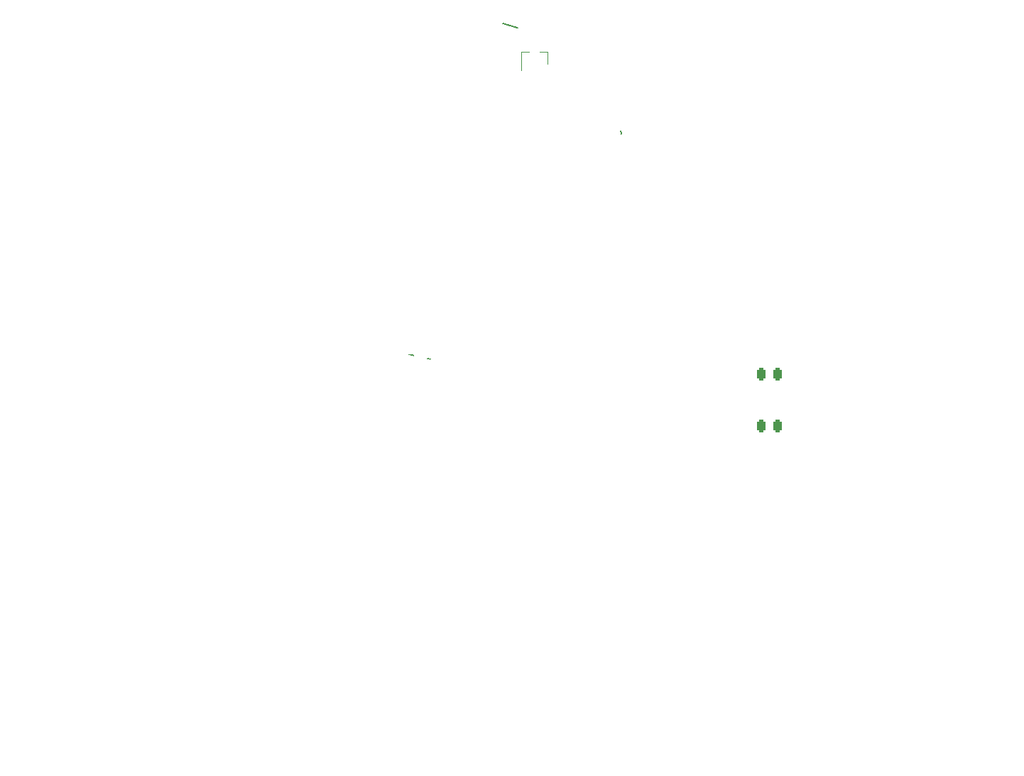
<source format=gbr>
%TF.GenerationSoftware,KiCad,Pcbnew,(6.0.8)*%
%TF.CreationDate,2022-10-10T20:06:03-07:00*%
%TF.ProjectId,hillside46,68696c6c-7369-4646-9534-362e6b696361,0.1.0*%
%TF.SameCoordinates,Original*%
%TF.FileFunction,Legend,Top*%
%TF.FilePolarity,Positive*%
%FSLAX46Y46*%
G04 Gerber Fmt 4.6, Leading zero omitted, Abs format (unit mm)*
G04 Created by KiCad (PCBNEW (6.0.8)) date 2022-10-10 20:06:03*
%MOMM*%
%LPD*%
G01*
G04 APERTURE LIST*
G04 Aperture macros list*
%AMRoundRect*
0 Rectangle with rounded corners*
0 $1 Rounding radius*
0 $2 $3 $4 $5 $6 $7 $8 $9 X,Y pos of 4 corners*
0 Add a 4 corners polygon primitive as box body*
4,1,4,$2,$3,$4,$5,$6,$7,$8,$9,$2,$3,0*
0 Add four circle primitives for the rounded corners*
1,1,$1+$1,$2,$3*
1,1,$1+$1,$4,$5*
1,1,$1+$1,$6,$7*
1,1,$1+$1,$8,$9*
0 Add four rect primitives between the rounded corners*
20,1,$1+$1,$2,$3,$4,$5,0*
20,1,$1+$1,$4,$5,$6,$7,0*
20,1,$1+$1,$6,$7,$8,$9,0*
20,1,$1+$1,$8,$9,$2,$3,0*%
%AMRotRect*
0 Rectangle, with rotation*
0 The origin of the aperture is its center*
0 $1 length*
0 $2 width*
0 $3 Rotation angle, in degrees counterclockwise*
0 Add horizontal line*
21,1,$1,$2,0,0,$3*%
%AMFreePoly0*
4,1,22,0.500000,-0.750000,0.000000,-0.750000,0.000000,-0.745033,-0.079941,-0.743568,-0.215256,-0.701293,-0.333266,-0.622738,-0.424486,-0.514219,-0.481581,-0.384460,-0.499164,-0.250000,-0.500000,-0.250000,-0.500000,0.250000,-0.499164,0.250000,-0.499963,0.256109,-0.478152,0.396186,-0.417904,0.524511,-0.324060,0.630769,-0.204165,0.706417,-0.067858,0.745374,0.000000,0.744959,0.000000,0.750000,
0.500000,0.750000,0.500000,-0.750000,0.500000,-0.750000,$1*%
%AMFreePoly1*
4,1,20,0.000000,0.744959,0.073905,0.744508,0.209726,0.703889,0.328688,0.626782,0.421226,0.519385,0.479903,0.390333,0.500000,0.250000,0.500000,-0.250000,0.499851,-0.262216,0.476331,-0.402017,0.414519,-0.529596,0.319384,-0.634700,0.198574,-0.708877,0.061801,-0.746166,0.000000,-0.745033,0.000000,-0.750000,-0.500000,-0.750000,-0.500000,0.750000,0.000000,0.750000,0.000000,0.744959,
0.000000,0.744959,$1*%
%AMFreePoly2*
4,1,41,0.142350,0.531259,0.275000,0.476314,0.388909,0.388909,0.476314,0.275000,0.531259,0.142350,0.533280,0.127000,3.200000,0.127000,3.236070,0.121770,3.296138,0.082984,3.325733,0.017894,3.315473,-0.052868,3.268611,-0.106872,3.200000,-0.127000,0.533280,-0.127000,0.531259,-0.142350,0.476314,-0.275000,0.388909,-0.388909,0.275000,-0.476314,0.142350,-0.531259,0.000000,-0.550000,
-0.142350,-0.531259,-0.275000,-0.476314,-0.388909,-0.388909,-0.476314,-0.275000,-0.531259,-0.142350,-0.533280,-0.127000,-3.200000,-0.127000,-3.236070,-0.121770,-3.296138,-0.082984,-3.325733,-0.017894,-3.315473,0.052868,-3.268611,0.106872,-3.200000,0.127000,-0.533280,0.127000,-0.531259,0.142350,-0.476314,0.275000,-0.388909,0.388909,-0.275000,0.476314,-0.142350,0.531259,0.000000,0.550000,
0.142350,0.531259,0.142350,0.531259,$1*%
%AMFreePoly3*
4,1,37,0.042529,3.485692,0.118849,3.448880,0.171655,3.382612,0.190499,3.300000,0.190499,0.776079,0.350697,0.719035,0.501283,0.623470,0.626955,0.496918,0.721466,0.345669,0.780119,0.177240,0.800000,0.000000,0.799688,-0.022336,0.774867,-0.198952,0.711533,-0.365678,0.612836,-0.514230,0.483680,-0.637224,0.330484,-0.728547,0.160862,-0.783660,-0.016754,-0.799825,-0.193538,-0.776237,
-0.360702,-0.714070,-0.509939,-0.616411,-0.633832,-0.488116,-0.726222,-0.335562,-0.782518,-0.166330,-0.799922,0.011170,-0.777569,0.188114,-0.716569,0.355708,-0.619956,0.505623,-0.492529,0.630409,-0.340623,0.723862,-0.190500,0.774968,-0.190500,3.300332,-0.171511,3.382912,-0.118589,3.449087,-0.042205,3.485766,0.042529,3.485692,0.042529,3.485692,$1*%
%AMFreePoly4*
4,1,74,0.090320,1.758079,0.239662,1.720567,0.375744,1.648515,0.490712,1.546082,0.531399,1.486883,0.554756,1.483183,0.658279,1.430436,0.740436,1.348279,0.793183,1.244756,0.811359,1.130000,0.793183,1.015244,0.742519,0.915810,0.751359,0.860000,0.733183,0.745244,0.680436,0.641721,0.598279,0.559564,0.494756,0.506817,0.380000,0.488641,0.376841,0.489141,0.127000,0.190090,
0.127000,-0.587846,0.211346,-0.711884,0.214346,-0.726349,0.220000,-0.740000,0.218118,-0.744543,0.219116,-0.749355,0.211010,-0.761703,0.205355,-0.775355,0.200813,-0.777237,0.198115,-0.781346,0.183652,-0.784345,0.170000,-0.790000,-0.120000,-0.790000,-0.130398,-0.785693,-0.141637,-0.785076,-0.147391,-0.778654,-0.155355,-0.775355,-0.159662,-0.764957,-0.167173,-0.756574,-0.166701,-0.747965,
-0.170000,-0.740000,-0.165693,-0.729602,-0.165076,-0.718363,-0.127000,-0.639038,-0.127000,0.213346,-0.320215,0.401476,-0.430000,0.384087,-0.539983,0.401507,-0.639200,0.452060,-0.717940,0.530800,-0.768493,0.630017,-0.780316,0.704660,-0.475881,0.704660,-0.472794,0.697206,-0.464310,0.693692,-0.475123,0.703531,-0.475881,0.704660,-0.780316,0.704660,-0.785913,0.740000,-0.768493,0.849983,
-0.737725,0.910369,-0.799077,0.971721,-0.851824,1.075244,-0.870000,1.190000,-0.851824,1.304756,-0.799077,1.408279,-0.716920,1.490436,-0.613397,1.543183,-0.498641,1.561359,-0.461265,1.555439,-0.350213,1.652316,-0.213384,1.722939,-0.063658,1.758885,0.090320,1.758079,0.090320,1.758079,$1*%
%AMFreePoly5*
4,1,36,-0.382313,0.442677,-0.365044,0.435750,-0.364806,0.435194,-0.364250,0.434956,-0.127000,0.192314,-0.127000,0.250000,0.127000,0.250000,0.127000,-0.067459,0.185750,-0.127544,0.192765,-0.145034,0.200000,-0.162500,0.200000,-0.750000,0.185355,-0.785355,0.150000,-0.800000,-0.300000,-0.800000,-0.335355,-0.785355,-0.350000,-0.750000,-0.350000,-0.400000,-0.650000,-0.400000,-0.650000,-0.750000,
-0.664645,-0.785355,-0.700000,-0.800000,-0.950000,-0.800000,-0.985355,-0.785355,-1.000000,-0.750000,-1.000000,-0.162500,-0.992765,-0.145034,-0.985750,-0.127544,-0.435750,0.434956,-0.435194,0.435194,-0.434956,0.435750,-0.417687,0.442677,-0.400562,0.449996,-0.400000,0.449771,-0.399438,0.449996,-0.382313,0.442677,-0.382313,0.442677,$1*%
%AMFreePoly6*
4,1,76,3.244632,0.331818,3.506852,0.292599,3.763564,0.226297,4.011980,0.133633,4.047291,0.105601,4.089074,0.099399,4.099042,0.091486,4.344144,0.002132,4.610121,-0.060258,4.881629,-0.090581,5.154817,-0.088406,5.425808,-0.053765,5.690758,0.012850,5.934405,0.106094,5.944247,0.114165,6.009113,0.124852,6.070632,0.101675,6.112320,0.050844,6.123007,-0.014022,6.099830,-0.075541,
6.048997,-0.117229,5.802089,-0.213835,5.546464,-0.284215,5.284902,-0.327603,5.020245,-0.343528,4.755368,-0.331818,4.493148,-0.292599,4.236436,-0.226297,3.988020,-0.133633,3.952709,-0.105601,3.910926,-0.099399,3.900958,-0.091486,3.655856,-0.002132,3.389879,0.060258,3.118371,0.090581,2.845183,0.088406,2.574192,0.053765,2.309242,-0.012850,2.065595,-0.106094,2.055753,-0.114165,
2.051976,-0.114787,2.048997,-0.117229,1.802089,-0.213835,1.546464,-0.284215,1.284902,-0.327603,1.020245,-0.343528,0.755368,-0.331818,0.493148,-0.292599,0.236436,-0.226297,-0.011980,-0.133633,-0.030697,-0.118775,-0.063500,-0.109985,-0.109985,-0.063500,-0.127000,0.000000,-0.109985,0.063500,-0.063500,0.109985,0.000000,0.127000,0.063500,0.109985,0.071473,0.102012,0.089074,0.099399,
0.099042,0.091486,0.344144,0.002132,0.610121,-0.060258,0.881629,-0.090581,1.154817,-0.088406,1.425808,-0.053765,1.690758,0.012850,1.934405,0.106094,1.944247,0.114165,1.948024,0.114787,1.951003,0.117229,2.197911,0.213835,2.453536,0.284215,2.715098,0.327603,2.979755,0.343528,3.244632,0.331818,3.244632,0.331818,$1*%
%AMFreePoly7*
4,1,66,0.090320,1.758079,0.239662,1.720567,0.375744,1.648515,0.490712,1.546082,0.531399,1.486883,0.554756,1.483183,0.658279,1.430436,0.740436,1.348279,0.793183,1.244756,0.811359,1.130000,0.793183,1.015244,0.742519,0.915810,0.751359,0.860000,0.733183,0.745244,0.680436,0.641721,0.598279,0.559564,0.494756,0.506817,0.380000,0.488641,0.323760,0.497549,0.127000,0.283428,
0.127000,-0.587846,0.211346,-0.711884,0.214346,-0.726349,0.220000,-0.740000,0.218118,-0.744543,0.219116,-0.749355,0.211010,-0.761703,0.205355,-0.775355,0.200813,-0.777237,0.198115,-0.781346,0.183652,-0.784345,0.170000,-0.790000,-0.120000,-0.790000,-0.130398,-0.785693,-0.141637,-0.785076,-0.147391,-0.778654,-0.155355,-0.775355,-0.159662,-0.764957,-0.167173,-0.756574,-0.166701,-0.747965,
-0.170000,-0.740000,-0.165693,-0.729602,-0.165076,-0.718363,-0.127000,-0.639038,-0.127000,0.293608,-0.245184,0.408682,-0.300000,0.400000,-0.409983,0.417420,-0.509200,0.467973,-0.587940,0.546713,-0.638493,0.645930,-0.655913,0.755913,-0.642064,0.843349,-0.710436,0.911721,-0.763183,1.015244,-0.781359,1.130000,-0.763183,1.244756,-0.710436,1.348279,-0.628279,1.430436,-0.524756,1.483183,
-0.512625,1.485104,-0.466247,1.551093,-0.350213,1.652316,-0.213384,1.722939,-0.063658,1.758885,0.090320,1.758079,0.090320,1.758079,$1*%
%AMFreePoly8*
4,1,31,7.836070,3.521770,7.896138,3.482984,7.925733,3.417894,7.915473,3.347132,7.868611,3.293128,7.800000,3.273000,6.402605,3.273000,3.039803,-0.089803,3.021679,-0.103336,3.018611,-0.106872,3.015866,-0.107677,3.010599,-0.111610,2.980023,-0.118192,2.950000,-0.127000,-2.800000,-0.127000,-2.836070,-0.121770,-2.896138,-0.082984,-2.925733,-0.017894,-2.915473,0.052868,-2.868611,0.106872,
-2.800000,0.127000,2.897394,0.127000,6.260197,3.489802,6.278320,3.503335,6.281389,3.506872,6.284135,3.507678,6.289401,3.511610,6.319977,3.518192,6.350000,3.527000,7.800000,3.527000,7.836070,3.521770,7.836070,3.521770,$1*%
%AMFreePoly9*
4,1,68,0.090320,1.758079,0.239662,1.720567,0.375744,1.648515,0.490712,1.546082,0.531399,1.486883,0.554756,1.483183,0.658279,1.430436,0.740436,1.348279,0.793183,1.244756,0.811359,1.130000,0.793183,1.015244,0.740436,0.911721,0.670111,0.841396,0.693183,0.796115,0.711359,0.681359,0.693183,0.566603,0.640436,0.463080,0.558279,0.380923,0.454756,0.328176,0.340000,0.310000,
0.294288,0.317240,0.127000,0.135192,0.127000,-0.587846,0.211346,-0.711884,0.214346,-0.726349,0.220000,-0.740000,0.218118,-0.744543,0.219116,-0.749355,0.211010,-0.761703,0.205355,-0.775355,0.200813,-0.777237,0.198115,-0.781346,0.183652,-0.784345,0.170000,-0.790000,-0.120000,-0.790000,-0.130398,-0.785693,-0.141637,-0.785076,-0.147391,-0.778654,-0.155355,-0.775355,-0.159662,-0.764957,
-0.167173,-0.756574,-0.166701,-0.747965,-0.170000,-0.740000,-0.165693,-0.729602,-0.165076,-0.718363,-0.127000,-0.639038,-0.127000,0.104135,-0.395567,0.365633,-0.469983,0.377420,-0.569200,0.427973,-0.647940,0.506713,-0.698493,0.605930,-0.715913,0.715913,-0.698493,0.825896,-0.673555,0.874840,-0.710436,0.911721,-0.763183,1.015244,-0.781359,1.130000,-0.763183,1.244756,-0.710436,1.348279,
-0.628279,1.430436,-0.524756,1.483183,-0.512625,1.485104,-0.466247,1.551093,-0.350213,1.652316,-0.213384,1.722939,-0.063658,1.758885,0.090320,1.758079,0.090320,1.758079,$1*%
%AMFreePoly10*
4,1,226,9.026694,0.536870,9.083627,0.504000,9.086540,0.498955,9.091598,0.496093,9.097638,0.485839,9.243102,0.363672,9.415675,0.259672,9.602327,0.183785,9.798513,0.137861,9.999454,0.123016,10.200258,0.139614,10.396035,0.187248,10.582018,0.264761,10.753677,0.370263,10.898069,0.493695,10.904019,0.504001,10.960952,0.536870,11.026692,0.536870,11.083625,0.504001,11.086535,0.498960,
11.091599,0.496095,11.097640,0.485840,11.243102,0.363674,11.415675,0.259674,11.602327,0.183788,11.798512,0.137863,11.999453,0.123018,12.200256,0.139615,12.396033,0.187250,12.582016,0.264762,12.753675,0.370264,12.898069,0.493697,12.904018,0.504001,12.960950,0.536870,13.026690,0.536870,13.083623,0.504000,13.086530,0.498965,13.091599,0.496097,13.097640,0.485841,13.243101,0.363676,
13.415674,0.259675,13.602326,0.183789,13.798511,0.137864,13.999451,0.123019,14.200255,0.139616,14.396032,0.187250,14.582014,0.264762,14.753673,0.370264,14.898066,0.493695,14.904016,0.504001,14.960948,0.536870,15.026688,0.536870,15.083621,0.504000,15.116490,0.447068,15.116490,0.381328,15.083617,0.324393,14.918411,0.181127,14.734587,0.062682,14.535851,-0.028554,14.326203,-0.090745,
14.109863,-0.122638,13.891187,-0.123592,13.674577,-0.093587,13.464394,-0.033227,13.264869,0.056272,13.080020,0.173109,12.993839,0.246537,12.918412,0.181127,12.734589,0.062682,12.535853,-0.028555,12.326204,-0.090746,12.109864,-0.122639,11.891188,-0.123593,11.674578,-0.093588,11.464395,-0.033229,11.264870,0.056270,11.080021,0.173107,10.993840,0.246535,10.918415,0.181126,10.734592,0.062681,
10.535855,-0.028556,10.326206,-0.090747,10.109866,-0.122641,9.891190,-0.123595,9.674579,-0.093590,9.464396,-0.033231,9.264871,0.056268,9.080021,0.173105,8.993839,0.246533,8.918416,0.181127,8.734593,0.062683,8.535857,-0.028553,8.326209,-0.090743,8.109869,-0.122635,7.891194,-0.123589,7.674584,-0.093583,7.464402,-0.033223,7.264878,0.056276,7.080029,0.173113,6.993850,0.246540,
6.918419,0.181127,6.734596,0.062682,6.535859,-0.028554,6.326211,-0.090744,6.109871,-0.122637,5.891195,-0.123591,5.674586,-0.093586,5.464403,-0.033226,5.264879,0.056274,5.080029,0.173111,4.993850,0.246538,4.918421,0.181127,4.734597,0.062682,4.535861,-0.028554,4.326213,-0.090745,4.109873,-0.122638,3.891197,-0.123592,3.674587,-0.093587,3.464404,-0.033227,3.264879,0.056272,
3.080030,0.173109,2.993849,0.246537,2.918422,0.181127,2.734599,0.062682,2.535863,-0.028555,2.326214,-0.090746,2.109874,-0.122639,1.891198,-0.123593,1.674588,-0.093588,1.464405,-0.033229,1.264880,0.056270,1.080031,0.173107,0.994423,0.246047,0.933833,0.192834,0.768304,0.081712,0.589815,-0.007114,0.401354,-0.072156,0.206074,-0.112327,0.007242,-0.126955,0.003642,-0.126024,
0.000000,-0.127000,-0.063500,-0.109985,-0.109985,-0.063500,-0.127000,0.000000,-0.109985,0.063500,-0.063500,0.109985,0.000000,0.127000,0.002494,0.126332,0.005030,0.127035,0.016564,0.124052,0.204689,0.140342,0.399236,0.188305,0.584020,0.265788,0.754592,0.370926,0.898073,0.493683,0.904031,0.504002,0.960964,0.536871,1.026704,0.536870,1.083636,0.503999,1.086545,0.498960,
1.091609,0.496095,1.097650,0.485840,1.243112,0.363674,1.415685,0.259674,1.602337,0.183788,1.798522,0.137863,1.999463,0.123018,2.200266,0.139615,2.396043,0.187250,2.582026,0.264762,2.753685,0.370264,2.898079,0.493697,2.904028,0.504001,2.960960,0.536870,3.026700,0.536870,3.083633,0.504000,3.086540,0.498965,3.091609,0.496097,3.097650,0.485841,3.243111,0.363676,
3.415684,0.259675,3.602336,0.183789,3.798521,0.137864,3.999461,0.123019,4.200265,0.139616,4.396042,0.187250,4.582024,0.264762,4.753683,0.370264,4.898076,0.493695,4.904026,0.504001,4.960958,0.536870,5.026698,0.536870,5.083631,0.504000,5.086535,0.498969,5.091609,0.496099,5.097651,0.485842,5.243111,0.363678,5.415684,0.259677,5.602335,0.183790,5.798519,0.137865,
5.999460,0.123020,6.200263,0.139617,6.396040,0.187251,6.582022,0.264763,6.753682,0.370264,6.898074,0.493695,6.904024,0.504001,6.960957,0.536871,7.026696,0.536870,7.083629,0.504000,7.086531,0.498973,7.091609,0.496100,7.097649,0.485846,7.243111,0.363680,7.415683,0.259679,7.602334,0.183792,7.798518,0.137867,7.999459,0.123022,8.200262,0.139619,8.396038,0.187253,
8.582020,0.264764,8.753680,0.370265,8.898072,0.493695,8.904022,0.504001,8.960955,0.536871,9.026694,0.536870,9.026694,0.536870,$1*%
%AMFreePoly11*
4,1,31,9.086070,4.561770,9.146138,4.522984,9.175733,4.457894,9.165473,4.387132,9.118611,4.333128,9.050000,4.313000,7.092605,4.313000,2.689803,-0.089803,2.671679,-0.103336,2.668611,-0.106872,2.665866,-0.107677,2.660599,-0.111610,2.630023,-0.118192,2.600000,-0.127000,-3.450000,-0.127000,-3.486070,-0.121770,-3.546138,-0.082984,-3.575733,-0.017894,-3.565473,0.052868,-3.518611,0.106872,
-3.450000,0.127000,2.547394,0.127000,6.950197,4.529802,6.968320,4.543335,6.971389,4.546872,6.974135,4.547678,6.979401,4.551610,7.009977,4.558192,7.040000,4.567000,9.050000,4.567000,9.086070,4.561770,9.086070,4.561770,$1*%
%AMFreePoly12*
4,1,207,0.063500,0.109985,0.083519,0.089966,0.097781,0.081897,0.103822,0.071641,0.249283,-0.050524,0.421856,-0.154524,0.608507,-0.230411,0.804692,-0.276335,1.005633,-0.291180,1.206436,-0.274583,1.402213,-0.226948,1.588195,-0.149436,1.759854,-0.043934,1.904245,0.079495,1.910196,0.089803,1.967128,0.122672,2.032868,0.122672,2.089801,0.089802,2.092706,0.084770,2.097781,0.081899,
2.103822,0.071643,2.249283,-0.050522,2.421856,-0.154522,2.608507,-0.230408,2.804691,-0.276333,3.005631,-0.291178,3.206434,-0.274581,3.402211,-0.226947,3.588193,-0.149435,3.759852,-0.043933,3.904245,0.079499,3.910194,0.089803,3.967126,0.122672,4.032866,0.122672,4.089799,0.089802,4.092701,0.084775,4.097781,0.081901,4.103822,0.071645,4.249283,-0.050520,4.421855,-0.154520,
4.608506,-0.230407,4.804690,-0.276332,5.005630,-0.291177,5.206433,-0.274580,5.402209,-0.226946,5.588191,-0.149435,5.759850,-0.043933,5.904242,0.079497,5.910192,0.089803,5.967125,0.122673,6.032864,0.122672,6.089797,0.089802,6.097956,0.075670,6.112312,0.067843,6.118225,0.058157,6.264318,-0.060868,6.436492,-0.161519,6.622114,-0.234451,6.816754,-0.277924,7.015767,-0.290899,
7.214404,-0.273067,7.407924,-0.224854,7.591709,-0.147409,7.761373,-0.042583,7.904515,0.079973,7.910190,0.089803,7.967123,0.122673,8.032862,0.122672,8.089795,0.089802,8.097366,0.076689,8.110687,0.069396,8.116583,0.059699,8.262652,-0.059709,8.434870,-0.160730,8.620605,-0.233987,8.815414,-0.277730,9.014639,-0.290911,9.213513,-0.273215,9.407281,-0.225066,9.591307,-0.147616,
9.761190,-0.042715,9.904514,0.079976,9.910188,0.089803,9.967121,0.122673,10.032860,0.122672,10.089793,0.089802,10.093272,0.083776,10.099384,0.080332,10.105443,0.070086,10.250933,-0.051692,10.423466,-0.155321,10.610007,-0.230879,10.806023,-0.276531,11.006753,-0.291167,11.207318,-0.274432,11.402847,-0.226733,11.588587,-0.149228,11.760027,-0.043800,11.904234,0.079495,11.910186,0.089803,
11.967119,0.122673,12.032859,0.122672,12.089791,0.089802,12.092684,0.084791,12.097780,0.081908,12.103819,0.071656,12.249281,-0.050512,12.421853,-0.154512,12.608502,-0.230400,12.804685,-0.276325,13.005624,-0.291171,13.206427,-0.274575,13.402202,-0.226942,13.588184,-0.149432,13.759842,-0.043932,13.904234,0.079497,13.910184,0.089803,13.967117,0.122673,14.032857,0.122672,14.089789,0.089802,
14.122659,0.032869,14.122658,-0.032871,14.089785,-0.089805,13.924578,-0.233070,13.740756,-0.351513,13.542020,-0.442748,13.332373,-0.504937,13.116034,-0.536829,12.897359,-0.537781,12.680751,-0.507775,12.470570,-0.447415,12.271047,-0.357915,12.086199,-0.241078,12.000027,-0.167657,11.924776,-0.232924,11.741187,-0.351279,11.542709,-0.442491,11.333330,-0.504727,11.117255,-0.536738,10.898825,-0.537881,
10.682427,-0.508131,10.472408,-0.448088,10.272987,-0.358958,10.088170,-0.242529,10.000065,-0.167713,9.926147,-0.231896,9.744189,-0.349629,9.547514,-0.440675,9.340013,-0.503232,9.125789,-0.536064,8.909077,-0.538522,8.694163,-0.510556,8.485297,-0.452720,8.286608,-0.366158,8.102027,-0.252581,7.999889,-0.167880,7.926344,-0.231749,7.744619,-0.349393,7.548202,-0.440414,7.340969,-0.503017,
7.127009,-0.535965,6.910543,-0.538609,6.695842,-0.510896,6.487143,-0.453374,6.288561,-0.367177,6.104016,-0.254006,5.999784,-0.167861,5.924587,-0.233071,5.740764,-0.351515,5.542028,-0.442751,5.332380,-0.504941,5.116041,-0.536834,4.897365,-0.537788,4.680756,-0.507783,4.470574,-0.447423,4.271050,-0.357924,4.086201,-0.241087,4.000020,-0.167658,3.924589,-0.233071,3.740766,-0.351515,
3.542030,-0.442751,3.332382,-0.504942,3.116043,-0.536835,2.897367,-0.537789,2.680757,-0.507784,2.470575,-0.447424,2.271051,-0.357925,2.086202,-0.241089,2.000020,-0.167660,1.924591,-0.233072,1.740768,-0.351516,1.542032,-0.442753,1.332384,-0.504944,1.116044,-0.536837,0.897368,-0.537791,0.680759,-0.507786,0.470576,-0.447427,0.271051,-0.357928,0.086202,-0.241091,-0.080251,-0.099269,
-0.088901,-0.084584,-0.109985,-0.063500,-0.127000,0.000000,-0.109985,0.063500,-0.063500,0.109985,0.000000,0.127000,0.063500,0.109985,0.063500,0.109985,$1*%
%AMFreePoly13*
4,1,74,0.090320,1.758079,0.239662,1.720567,0.375744,1.648515,0.490712,1.546082,0.531399,1.486883,0.554756,1.483183,0.658279,1.430436,0.740436,1.348279,0.793183,1.244756,0.811359,1.130000,0.793183,1.015244,0.742519,0.915810,0.751359,0.860000,0.733183,0.745244,0.680436,0.641721,0.598279,0.559564,0.494756,0.506817,0.380000,0.488641,0.323760,0.497549,0.127000,0.283428,
0.127000,-0.587846,0.211346,-0.711884,0.214346,-0.726349,0.220000,-0.740000,0.218118,-0.744543,0.219116,-0.749355,0.211010,-0.761703,0.205355,-0.775355,0.200813,-0.777237,0.198115,-0.781346,0.183652,-0.784345,0.170000,-0.790000,-0.120000,-0.790000,-0.130398,-0.785693,-0.141637,-0.785076,-0.147391,-0.778654,-0.155355,-0.775355,-0.159662,-0.764957,-0.167173,-0.756574,-0.166701,-0.747965,
-0.170000,-0.740000,-0.165693,-0.729602,-0.165076,-0.718363,-0.127000,-0.639038,-0.127000,0.293608,-0.266054,0.429002,-0.320017,0.401507,-0.430000,0.384087,-0.539983,0.401507,-0.639200,0.452060,-0.717940,0.530800,-0.768493,0.630017,-0.780316,0.704660,-0.475881,0.704660,-0.472794,0.697206,-0.464310,0.693692,-0.475123,0.703531,-0.475881,0.704660,-0.780316,0.704660,-0.785913,0.740000,
-0.768493,0.849983,-0.723736,0.937824,-0.763183,1.015244,-0.781359,1.130000,-0.763183,1.244756,-0.710436,1.348279,-0.628279,1.430436,-0.524756,1.483183,-0.512625,1.485104,-0.466247,1.551093,-0.350213,1.652316,-0.213384,1.722939,-0.063658,1.758885,0.090320,1.758079,0.090320,1.758079,$1*%
%AMFreePoly14*
4,1,6,1.000000,0.000000,0.500000,-0.750000,-0.500000,-0.750000,-0.500000,0.750000,0.500000,0.750000,1.000000,0.000000,1.000000,0.000000,$1*%
%AMFreePoly15*
4,1,6,0.500000,-0.750000,-0.650000,-0.750000,-0.150000,0.000000,-0.650000,0.750000,0.500000,0.750000,0.500000,-0.750000,0.500000,-0.750000,$1*%
G04 Aperture macros list end*
%ADD10C,0.153000*%
%ADD11C,0.150000*%
%ADD12C,0.225000*%
%ADD13C,0.120000*%
%ADD14C,0.100000*%
%ADD15C,0.200000*%
%ADD16C,1.200000*%
%ADD17C,1.397000*%
%ADD18R,1.397000X1.397000*%
%ADD19C,0.240000*%
%ADD20C,1.700000*%
%ADD21R,1.700000X1.700000*%
%ADD22O,1.700000X1.700000*%
%ADD23C,1.524000*%
%ADD24RotRect,1.650000X0.820000X345.000000*%
%ADD25RoundRect,0.205000X-0.651932X-0.037547X0.545816X-0.358483X0.651932X0.037547X-0.545816X0.358483X0*%
%ADD26RotRect,1.650000X0.820000X330.000000*%
%ADD27RoundRect,0.205000X-0.639436X0.132465X0.434436X-0.487535X0.639436X-0.132465X-0.434436X0.487535X0*%
%ADD28O,2.500000X1.700000*%
%ADD29C,4.400000*%
%ADD30RotRect,0.900000X0.800000X100.000000*%
%ADD31C,3.400000*%
%ADD32C,2.350000*%
%ADD33RotRect,0.900000X0.800000X95.000000*%
%ADD34R,0.800000X0.900000*%
%ADD35R,3.200000X2.000000*%
%ADD36R,2.000000X2.000000*%
%ADD37C,2.000000*%
%ADD38C,1.800000*%
%ADD39RotRect,0.900000X0.800000X75.000000*%
%ADD40RotRect,0.900000X0.800000X45.000000*%
%ADD41RotRect,3.200000X2.000000X150.000000*%
%ADD42RotRect,2.000000X2.000000X150.000000*%
%ADD43R,1.650000X0.820000*%
%ADD44RoundRect,0.205000X-0.620000X-0.205000X0.620000X-0.205000X0.620000X0.205000X-0.620000X0.205000X0*%
%ADD45FreePoly0,270.000000*%
%ADD46FreePoly1,270.000000*%
%ADD47RoundRect,0.250000X-0.250000X-0.475000X0.250000X-0.475000X0.250000X0.475000X-0.250000X0.475000X0*%
%ADD48FreePoly2,90.000000*%
%ADD49R,1.100000X1.800000*%
%ADD50FreePoly3,295.000000*%
%ADD51C,1.600000*%
%ADD52FreePoly4,0.000000*%
%ADD53FreePoly5,0.000000*%
%ADD54FreePoly6,0.000000*%
%ADD55FreePoly7,0.000000*%
%ADD56FreePoly8,0.000000*%
%ADD57FreePoly9,0.000000*%
%ADD58FreePoly10,0.000000*%
%ADD59FreePoly11,0.000000*%
%ADD60FreePoly12,0.000000*%
%ADD61FreePoly13,0.000000*%
%ADD62C,1.000000*%
%ADD63C,1.300000*%
%ADD64FreePoly14,270.000000*%
%ADD65FreePoly15,270.000000*%
%ADD66R,1.560000X0.650000*%
%ADD67C,0.600000*%
%ADD68C,0.800000*%
G04 APERTURE END LIST*
D10*
X147186031Y-95857100D02*
X147271745Y-95857100D01*
X147357459Y-95899958D01*
X147400317Y-95942815D01*
X147443174Y-96028529D01*
X147486031Y-96199958D01*
X147486031Y-96414243D01*
X147443174Y-96585672D01*
X147400317Y-96671386D01*
X147357459Y-96714243D01*
X147271745Y-96757100D01*
X147186031Y-96757100D01*
X147100317Y-96714243D01*
X147057459Y-96671386D01*
X147014602Y-96585672D01*
X146971745Y-96414243D01*
X146971745Y-96199958D01*
X147014602Y-96028529D01*
X147057459Y-95942815D01*
X147100317Y-95899958D01*
X147186031Y-95857100D01*
X147871745Y-96671386D02*
X147914602Y-96714243D01*
X147871745Y-96757100D01*
X147828888Y-96714243D01*
X147871745Y-96671386D01*
X147871745Y-96757100D01*
X148771745Y-96757100D02*
X148257459Y-96757100D01*
X148514602Y-96757100D02*
X148514602Y-95857100D01*
X148428888Y-95985672D01*
X148343174Y-96071386D01*
X148257459Y-96114243D01*
X149157459Y-96671386D02*
X149200317Y-96714243D01*
X149157459Y-96757100D01*
X149114602Y-96714243D01*
X149157459Y-96671386D01*
X149157459Y-96757100D01*
X149757459Y-95857100D02*
X149843174Y-95857100D01*
X149928888Y-95899958D01*
X149971745Y-95942815D01*
X150014602Y-96028529D01*
X150057459Y-96199958D01*
X150057459Y-96414243D01*
X150014602Y-96585672D01*
X149971745Y-96671386D01*
X149928888Y-96714243D01*
X149843174Y-96757100D01*
X149757459Y-96757100D01*
X149671745Y-96714243D01*
X149628888Y-96671386D01*
X149586031Y-96585672D01*
X149543174Y-96414243D01*
X149543174Y-96199958D01*
X149586031Y-96028529D01*
X149628888Y-95942815D01*
X149671745Y-95899958D01*
X149757459Y-95857100D01*
X147557469Y-92797340D02*
X147557469Y-91797340D01*
X147938421Y-91797340D01*
X148033659Y-91844960D01*
X148081278Y-91892579D01*
X148128897Y-91987817D01*
X148128897Y-92130674D01*
X148081278Y-92225912D01*
X148033659Y-92273531D01*
X147938421Y-92321150D01*
X147557469Y-92321150D01*
X149128897Y-92702102D02*
X149081278Y-92749721D01*
X148938421Y-92797340D01*
X148843183Y-92797340D01*
X148700326Y-92749721D01*
X148605088Y-92654483D01*
X148557469Y-92559245D01*
X148509850Y-92368769D01*
X148509850Y-92225912D01*
X148557469Y-92035436D01*
X148605088Y-91940198D01*
X148700326Y-91844960D01*
X148843183Y-91797340D01*
X148938421Y-91797340D01*
X149081278Y-91844960D01*
X149128897Y-91892579D01*
X149890802Y-92273531D02*
X150033659Y-92321150D01*
X150081278Y-92368769D01*
X150128897Y-92464007D01*
X150128897Y-92606864D01*
X150081278Y-92702102D01*
X150033659Y-92749721D01*
X149938421Y-92797340D01*
X149557469Y-92797340D01*
X149557469Y-91797340D01*
X149890802Y-91797340D01*
X149986040Y-91844960D01*
X150033659Y-91892579D01*
X150081278Y-91987817D01*
X150081278Y-92083055D01*
X150033659Y-92178293D01*
X149986040Y-92225912D01*
X149890802Y-92273531D01*
X149557469Y-92273531D01*
X151319374Y-92797340D02*
X151319374Y-91797340D01*
X151319374Y-92178293D02*
X151414612Y-92130674D01*
X151605088Y-92130674D01*
X151700326Y-92178293D01*
X151747945Y-92225912D01*
X151795564Y-92321150D01*
X151795564Y-92606864D01*
X151747945Y-92702102D01*
X151700326Y-92749721D01*
X151605088Y-92797340D01*
X151414612Y-92797340D01*
X151319374Y-92749721D01*
X152128897Y-92130674D02*
X152366993Y-92797340D01*
X152605088Y-92130674D02*
X152366993Y-92797340D01*
X152271754Y-93035436D01*
X152224135Y-93083055D01*
X152128897Y-93130674D01*
X149081278Y-94407340D02*
X149081278Y-93407340D01*
X149414612Y-94121626D01*
X149747945Y-93407340D01*
X149747945Y-94407340D01*
X150224135Y-94407340D02*
X150224135Y-93407340D01*
X150557469Y-94121626D01*
X150890802Y-93407340D01*
X150890802Y-94407340D01*
D11*
X193400875Y-53906388D02*
X193400875Y-54484960D01*
X193353256Y-54600674D01*
X193258018Y-54677817D01*
X193115161Y-54716388D01*
X193019923Y-54716388D01*
X194353256Y-54716388D02*
X193877065Y-54716388D01*
X193877065Y-53906388D01*
X195258018Y-54639245D02*
X195210399Y-54677817D01*
X195067542Y-54716388D01*
X194972303Y-54716388D01*
X194829446Y-54677817D01*
X194734208Y-54600674D01*
X194686589Y-54523531D01*
X194638970Y-54369245D01*
X194638970Y-54253531D01*
X194686589Y-54099245D01*
X194734208Y-54022102D01*
X194829446Y-53944960D01*
X194972303Y-53906388D01*
X195067542Y-53906388D01*
X195210399Y-53944960D01*
X195258018Y-53983531D01*
X195972303Y-53906388D02*
X195972303Y-54484960D01*
X195924684Y-54600674D01*
X195829446Y-54677817D01*
X195686589Y-54716388D01*
X195591351Y-54716388D01*
X196924684Y-54716388D02*
X196448494Y-54716388D01*
X196448494Y-53906388D01*
X197829446Y-54639245D02*
X197781827Y-54677817D01*
X197638970Y-54716388D01*
X197543732Y-54716388D01*
X197400875Y-54677817D01*
X197305637Y-54600674D01*
X197258018Y-54523531D01*
X197210399Y-54369245D01*
X197210399Y-54253531D01*
X197258018Y-54099245D01*
X197305637Y-54022102D01*
X197400875Y-53944960D01*
X197543732Y-53906388D01*
X197638970Y-53906388D01*
X197781827Y-53944960D01*
X197829446Y-53983531D01*
X198543732Y-53906388D02*
X198543732Y-54484960D01*
X198496113Y-54600674D01*
X198400875Y-54677817D01*
X198258018Y-54716388D01*
X198162780Y-54716388D01*
X199496113Y-54716388D02*
X199019923Y-54716388D01*
X199019923Y-53906388D01*
X200400875Y-54639245D02*
X200353256Y-54677817D01*
X200210399Y-54716388D01*
X200115161Y-54716388D01*
X199972303Y-54677817D01*
X199877065Y-54600674D01*
X199829446Y-54523531D01*
X199781827Y-54369245D01*
X199781827Y-54253531D01*
X199829446Y-54099245D01*
X199877065Y-54022102D01*
X199972303Y-53944960D01*
X200115161Y-53906388D01*
X200210399Y-53906388D01*
X200353256Y-53944960D01*
X200400875Y-53983531D01*
X201115161Y-53906388D02*
X201115161Y-54484960D01*
X201067542Y-54600674D01*
X200972303Y-54677817D01*
X200829446Y-54716388D01*
X200734208Y-54716388D01*
X202067542Y-54716388D02*
X201591351Y-54716388D01*
X201591351Y-53906388D01*
X202972303Y-54639245D02*
X202924684Y-54677817D01*
X202781827Y-54716388D01*
X202686589Y-54716388D01*
X202543732Y-54677817D01*
X202448494Y-54600674D01*
X202400875Y-54523531D01*
X202353256Y-54369245D01*
X202353256Y-54253531D01*
X202400875Y-54099245D01*
X202448494Y-54022102D01*
X202543732Y-53944960D01*
X202686589Y-53906388D01*
X202781827Y-53906388D01*
X202924684Y-53944960D01*
X202972303Y-53983531D01*
%TO.C,DS1*%
X197130543Y-90035533D02*
X197130543Y-89035533D01*
X197368638Y-89035533D01*
X197511495Y-89083153D01*
X197606733Y-89178391D01*
X197654352Y-89273629D01*
X197701971Y-89464105D01*
X197701971Y-89606962D01*
X197654352Y-89797438D01*
X197606733Y-89892676D01*
X197511495Y-89987914D01*
X197368638Y-90035533D01*
X197130543Y-90035533D01*
X198082924Y-89987914D02*
X198225781Y-90035533D01*
X198463876Y-90035533D01*
X198559114Y-89987914D01*
X198606733Y-89940295D01*
X198654352Y-89845057D01*
X198654352Y-89749819D01*
X198606733Y-89654581D01*
X198559114Y-89606962D01*
X198463876Y-89559343D01*
X198273400Y-89511724D01*
X198178162Y-89464105D01*
X198130543Y-89416486D01*
X198082924Y-89321248D01*
X198082924Y-89226010D01*
X198130543Y-89130772D01*
X198178162Y-89083153D01*
X198273400Y-89035533D01*
X198511495Y-89035533D01*
X198654352Y-89083153D01*
X199606733Y-90035533D02*
X199035305Y-90035533D01*
X199321019Y-90035533D02*
X199321019Y-89035533D01*
X199225781Y-89178391D01*
X199130543Y-89273629D01*
X199035305Y-89321248D01*
%TO.C,U1*%
X202126579Y-53483452D02*
X201840865Y-53483452D01*
X201840865Y-52483452D01*
X202326579Y-52959643D02*
X202526579Y-52959643D01*
X202612293Y-53483452D02*
X202326579Y-53483452D01*
X202326579Y-52483452D01*
X202612293Y-52483452D01*
X202869436Y-53483452D02*
X202869436Y-52483452D01*
X203012293Y-52483452D01*
X203098008Y-52531072D01*
X203155151Y-52626310D01*
X203183722Y-52721548D01*
X203212293Y-52912024D01*
X203212293Y-53054881D01*
X203183722Y-53245357D01*
X203155151Y-53340595D01*
X203098008Y-53435833D01*
X203012293Y-53483452D01*
X202869436Y-53483452D01*
X203469436Y-53102500D02*
X203926579Y-53102500D01*
X204212293Y-52816786D02*
X204669436Y-53102500D01*
X204212293Y-53388214D01*
X186305151Y-73708214D02*
X186276579Y-73755833D01*
X186190865Y-73803452D01*
X186133722Y-73803452D01*
X186048008Y-73755833D01*
X185990865Y-73660595D01*
X185962293Y-73565357D01*
X185933722Y-73374881D01*
X185933722Y-73232024D01*
X185962293Y-73041548D01*
X185990865Y-72946310D01*
X186048008Y-72851072D01*
X186133722Y-72803452D01*
X186190865Y-72803452D01*
X186276579Y-72851072D01*
X186305151Y-72898691D01*
X186676579Y-72803452D02*
X186790865Y-72803452D01*
X186848008Y-72851072D01*
X186905151Y-72946310D01*
X186933722Y-73136786D01*
X186933722Y-73470119D01*
X186905151Y-73660595D01*
X186848008Y-73755833D01*
X186790865Y-73803452D01*
X186676579Y-73803452D01*
X186619436Y-73755833D01*
X186562293Y-73660595D01*
X186533722Y-73470119D01*
X186533722Y-73136786D01*
X186562293Y-72946310D01*
X186619436Y-72851072D01*
X186676579Y-72803452D01*
X187476579Y-73803452D02*
X187190865Y-73803452D01*
X187190865Y-72803452D01*
X187648008Y-72898691D02*
X187676579Y-72851072D01*
X187733722Y-72803452D01*
X187876579Y-72803452D01*
X187933722Y-72851072D01*
X187962293Y-72898691D01*
X187990865Y-72993929D01*
X187990865Y-73089167D01*
X187962293Y-73232024D01*
X187619436Y-73803452D01*
X187990865Y-73803452D01*
X188248008Y-73422500D02*
X188705151Y-73422500D01*
X188990865Y-73136786D02*
X189448008Y-73422500D01*
X188990865Y-73708214D01*
X186305151Y-68628214D02*
X186276579Y-68675833D01*
X186190865Y-68723452D01*
X186133722Y-68723452D01*
X186048008Y-68675833D01*
X185990865Y-68580595D01*
X185962293Y-68485357D01*
X185933722Y-68294881D01*
X185933722Y-68152024D01*
X185962293Y-67961548D01*
X185990865Y-67866310D01*
X186048008Y-67771072D01*
X186133722Y-67723452D01*
X186190865Y-67723452D01*
X186276579Y-67771072D01*
X186305151Y-67818691D01*
X186676579Y-67723452D02*
X186790865Y-67723452D01*
X186848008Y-67771072D01*
X186905151Y-67866310D01*
X186933722Y-68056786D01*
X186933722Y-68390119D01*
X186905151Y-68580595D01*
X186848008Y-68675833D01*
X186790865Y-68723452D01*
X186676579Y-68723452D01*
X186619436Y-68675833D01*
X186562293Y-68580595D01*
X186533722Y-68390119D01*
X186533722Y-68056786D01*
X186562293Y-67866310D01*
X186619436Y-67771072D01*
X186676579Y-67723452D01*
X187476579Y-68723452D02*
X187190865Y-68723452D01*
X187190865Y-67723452D01*
X187790865Y-67723452D02*
X187848008Y-67723452D01*
X187905151Y-67771072D01*
X187933722Y-67818691D01*
X187962293Y-67913929D01*
X187990865Y-68104405D01*
X187990865Y-68342500D01*
X187962293Y-68532976D01*
X187933722Y-68628214D01*
X187905151Y-68675833D01*
X187848008Y-68723452D01*
X187790865Y-68723452D01*
X187733722Y-68675833D01*
X187705151Y-68628214D01*
X187676579Y-68532976D01*
X187648008Y-68342500D01*
X187648008Y-68104405D01*
X187676579Y-67913929D01*
X187705151Y-67818691D01*
X187733722Y-67771072D01*
X187790865Y-67723452D01*
X188248008Y-68342500D02*
X188705151Y-68342500D01*
X188990865Y-68056786D02*
X189448008Y-68342500D01*
X188990865Y-68628214D01*
X201540865Y-63643452D02*
X201540865Y-62643452D01*
X201740865Y-63357738D01*
X201940865Y-62643452D01*
X201940865Y-63643452D01*
X202340865Y-62643452D02*
X202455151Y-62643452D01*
X202512294Y-62691072D01*
X202569437Y-62786310D01*
X202598008Y-62976786D01*
X202598008Y-63310119D01*
X202569437Y-63500595D01*
X202512294Y-63595833D01*
X202455151Y-63643452D01*
X202340865Y-63643452D01*
X202283722Y-63595833D01*
X202226580Y-63500595D01*
X202198008Y-63310119D01*
X202198008Y-62976786D01*
X202226580Y-62786310D01*
X202283722Y-62691072D01*
X202340865Y-62643452D01*
X202826580Y-63595833D02*
X202912294Y-63643452D01*
X203055151Y-63643452D01*
X203112294Y-63595833D01*
X203140865Y-63548214D01*
X203169437Y-63452976D01*
X203169437Y-63357738D01*
X203140865Y-63262500D01*
X203112294Y-63214881D01*
X203055151Y-63167262D01*
X202940865Y-63119643D01*
X202883722Y-63072024D01*
X202855151Y-63024405D01*
X202826580Y-62929167D01*
X202826580Y-62833929D01*
X202855151Y-62738691D01*
X202883722Y-62691072D01*
X202940865Y-62643452D01*
X203083722Y-62643452D01*
X203169437Y-62691072D01*
X203426580Y-63643452D02*
X203426580Y-62643452D01*
X203712294Y-63262500D02*
X204169437Y-63262500D01*
X204455151Y-62976786D02*
X204912294Y-63262500D01*
X204455151Y-63548214D01*
X186305151Y-76248214D02*
X186276579Y-76295833D01*
X186190865Y-76343452D01*
X186133722Y-76343452D01*
X186048008Y-76295833D01*
X185990865Y-76200595D01*
X185962293Y-76105357D01*
X185933722Y-75914881D01*
X185933722Y-75772024D01*
X185962293Y-75581548D01*
X185990865Y-75486310D01*
X186048008Y-75391072D01*
X186133722Y-75343452D01*
X186190865Y-75343452D01*
X186276579Y-75391072D01*
X186305151Y-75438691D01*
X186676579Y-75343452D02*
X186790865Y-75343452D01*
X186848008Y-75391072D01*
X186905151Y-75486310D01*
X186933722Y-75676786D01*
X186933722Y-76010119D01*
X186905151Y-76200595D01*
X186848008Y-76295833D01*
X186790865Y-76343452D01*
X186676579Y-76343452D01*
X186619436Y-76295833D01*
X186562293Y-76200595D01*
X186533722Y-76010119D01*
X186533722Y-75676786D01*
X186562293Y-75486310D01*
X186619436Y-75391072D01*
X186676579Y-75343452D01*
X187476579Y-76343452D02*
X187190865Y-76343452D01*
X187190865Y-75343452D01*
X187619436Y-75343452D02*
X187990865Y-75343452D01*
X187790865Y-75724405D01*
X187876579Y-75724405D01*
X187933722Y-75772024D01*
X187962293Y-75819643D01*
X187990865Y-75914881D01*
X187990865Y-76152976D01*
X187962293Y-76248214D01*
X187933722Y-76295833D01*
X187876579Y-76343452D01*
X187705151Y-76343452D01*
X187648008Y-76295833D01*
X187619436Y-76248214D01*
X188248008Y-75962500D02*
X188705151Y-75962500D01*
X188990865Y-75676786D02*
X189448008Y-75962500D01*
X188990865Y-76248214D01*
X198306793Y-60610500D02*
X198992507Y-60610500D01*
X199421079Y-60610500D02*
X200106793Y-60610500D01*
X200535365Y-60324786D02*
X201221079Y-60610500D01*
X200535365Y-60896214D01*
X201326580Y-71263452D02*
X201126580Y-70787262D01*
X200983722Y-71263452D02*
X200983722Y-70263452D01*
X201212294Y-70263452D01*
X201269437Y-70311072D01*
X201298008Y-70358691D01*
X201326580Y-70453929D01*
X201326580Y-70596786D01*
X201298008Y-70692024D01*
X201269437Y-70739643D01*
X201212294Y-70787262D01*
X200983722Y-70787262D01*
X201698008Y-70263452D02*
X201812294Y-70263452D01*
X201869437Y-70311072D01*
X201926580Y-70406310D01*
X201955151Y-70596786D01*
X201955151Y-70930119D01*
X201926580Y-71120595D01*
X201869437Y-71215833D01*
X201812294Y-71263452D01*
X201698008Y-71263452D01*
X201640865Y-71215833D01*
X201583722Y-71120595D01*
X201555151Y-70930119D01*
X201555151Y-70596786D01*
X201583722Y-70406310D01*
X201640865Y-70311072D01*
X201698008Y-70263452D01*
X202155151Y-70263452D02*
X202298008Y-71263452D01*
X202412294Y-70549167D01*
X202526580Y-71263452D01*
X202669437Y-70263452D01*
X203012294Y-70263452D02*
X203069437Y-70263452D01*
X203126580Y-70311072D01*
X203155151Y-70358691D01*
X203183722Y-70453929D01*
X203212294Y-70644405D01*
X203212294Y-70882500D01*
X203183722Y-71072976D01*
X203155151Y-71168214D01*
X203126580Y-71215833D01*
X203069437Y-71263452D01*
X203012294Y-71263452D01*
X202955151Y-71215833D01*
X202926580Y-71168214D01*
X202898008Y-71072976D01*
X202869437Y-70882500D01*
X202869437Y-70644405D01*
X202898008Y-70453929D01*
X202926580Y-70358691D01*
X202955151Y-70311072D01*
X203012294Y-70263452D01*
X203469437Y-70882500D02*
X203926580Y-70882500D01*
X204212294Y-70596786D02*
X204669437Y-70882500D01*
X204212294Y-71168214D01*
X186305151Y-81328214D02*
X186276579Y-81375833D01*
X186190865Y-81423452D01*
X186133722Y-81423452D01*
X186048008Y-81375833D01*
X185990865Y-81280595D01*
X185962293Y-81185357D01*
X185933722Y-80994881D01*
X185933722Y-80852024D01*
X185962293Y-80661548D01*
X185990865Y-80566310D01*
X186048008Y-80471072D01*
X186133722Y-80423452D01*
X186190865Y-80423452D01*
X186276579Y-80471072D01*
X186305151Y-80518691D01*
X186676579Y-80423452D02*
X186790865Y-80423452D01*
X186848008Y-80471072D01*
X186905151Y-80566310D01*
X186933722Y-80756786D01*
X186933722Y-81090119D01*
X186905151Y-81280595D01*
X186848008Y-81375833D01*
X186790865Y-81423452D01*
X186676579Y-81423452D01*
X186619436Y-81375833D01*
X186562293Y-81280595D01*
X186533722Y-81090119D01*
X186533722Y-80756786D01*
X186562293Y-80566310D01*
X186619436Y-80471072D01*
X186676579Y-80423452D01*
X187476579Y-81423452D02*
X187190865Y-81423452D01*
X187190865Y-80423452D01*
X187962293Y-80423452D02*
X187676579Y-80423452D01*
X187648008Y-80899643D01*
X187676579Y-80852024D01*
X187733722Y-80804405D01*
X187876579Y-80804405D01*
X187933722Y-80852024D01*
X187962293Y-80899643D01*
X187990865Y-80994881D01*
X187990865Y-81232976D01*
X187962293Y-81328214D01*
X187933722Y-81375833D01*
X187876579Y-81423452D01*
X187733722Y-81423452D01*
X187676579Y-81375833D01*
X187648008Y-81328214D01*
X188248008Y-81042500D02*
X188705151Y-81042500D01*
X188990865Y-80756786D02*
X189448008Y-81042500D01*
X188990865Y-81328214D01*
X201955151Y-57611072D02*
X201898008Y-57563452D01*
X201812293Y-57563452D01*
X201726579Y-57611072D01*
X201669436Y-57706310D01*
X201640865Y-57801548D01*
X201612293Y-57992024D01*
X201612293Y-58134881D01*
X201640865Y-58325357D01*
X201669436Y-58420595D01*
X201726579Y-58515833D01*
X201812293Y-58563452D01*
X201869436Y-58563452D01*
X201955151Y-58515833D01*
X201983722Y-58468214D01*
X201983722Y-58134881D01*
X201869436Y-58134881D01*
X202240865Y-58563452D02*
X202240865Y-57563452D01*
X202583722Y-58563452D01*
X202583722Y-57563452D01*
X202869436Y-58563452D02*
X202869436Y-57563452D01*
X203012293Y-57563452D01*
X203098008Y-57611072D01*
X203155151Y-57706310D01*
X203183722Y-57801548D01*
X203212293Y-57992024D01*
X203212293Y-58134881D01*
X203183722Y-58325357D01*
X203155151Y-58420595D01*
X203098008Y-58515833D01*
X203012293Y-58563452D01*
X202869436Y-58563452D01*
X203469436Y-58182500D02*
X203926579Y-58182500D01*
X204212293Y-57896786D02*
X204669436Y-58182500D01*
X204212293Y-58468214D01*
X193288365Y-60396786D02*
X192602650Y-60682500D01*
X193288365Y-60968214D01*
X193716936Y-60682500D02*
X194402650Y-60682500D01*
X194831222Y-60682500D02*
X195516936Y-60682500D01*
X186733722Y-55071072D02*
X186676579Y-55023452D01*
X186590864Y-55023452D01*
X186505150Y-55071072D01*
X186448007Y-55166310D01*
X186419436Y-55261548D01*
X186390864Y-55452024D01*
X186390864Y-55594881D01*
X186419436Y-55785357D01*
X186448007Y-55880595D01*
X186505150Y-55975833D01*
X186590864Y-56023452D01*
X186648007Y-56023452D01*
X186733722Y-55975833D01*
X186762293Y-55928214D01*
X186762293Y-55594881D01*
X186648007Y-55594881D01*
X187019436Y-56023452D02*
X187019436Y-55023452D01*
X187362293Y-56023452D01*
X187362293Y-55023452D01*
X187648007Y-56023452D02*
X187648007Y-55023452D01*
X187790864Y-55023452D01*
X187876579Y-55071072D01*
X187933722Y-55166310D01*
X187962293Y-55261548D01*
X187990864Y-55452024D01*
X187990864Y-55594881D01*
X187962293Y-55785357D01*
X187933722Y-55880595D01*
X187876579Y-55975833D01*
X187790864Y-56023452D01*
X187648007Y-56023452D01*
X188248007Y-55642500D02*
X188705150Y-55642500D01*
X188990864Y-55356786D02*
X189448007Y-55642500D01*
X188990864Y-55928214D01*
D12*
X196052293Y-56320500D02*
X197552293Y-56320500D01*
X196480865Y-56620500D01*
X197552293Y-56920500D01*
X196052293Y-56920500D01*
X196052293Y-57734786D02*
X196838007Y-57734786D01*
X196980865Y-57691929D01*
X197052293Y-57606214D01*
X197052293Y-57434786D01*
X196980865Y-57349072D01*
X196123722Y-57734786D02*
X196052293Y-57649072D01*
X196052293Y-57434786D01*
X196123722Y-57349072D01*
X196266579Y-57306214D01*
X196409436Y-57306214D01*
X196552293Y-57349072D01*
X196623722Y-57434786D01*
X196623722Y-57649072D01*
X196695150Y-57734786D01*
X197052293Y-58034786D02*
X197052293Y-58377643D01*
X197552293Y-58163357D02*
X196266579Y-58163357D01*
X196123722Y-58206214D01*
X196052293Y-58291929D01*
X196052293Y-58377643D01*
X196123722Y-59063357D02*
X196052293Y-58977643D01*
X196052293Y-58806214D01*
X196123722Y-58720500D01*
X196195150Y-58677643D01*
X196338007Y-58634786D01*
X196766579Y-58634786D01*
X196909436Y-58677643D01*
X196980865Y-58720500D01*
X197052293Y-58806214D01*
X197052293Y-58977643D01*
X196980865Y-59063357D01*
X196052293Y-59449072D02*
X197552293Y-59449072D01*
X196052293Y-59834786D02*
X196838007Y-59834786D01*
X196980865Y-59791929D01*
X197052293Y-59706214D01*
X197052293Y-59577643D01*
X196980865Y-59491929D01*
X196909436Y-59449072D01*
X197052293Y-60863357D02*
X196052293Y-61034786D01*
X196766579Y-61206214D01*
X196052293Y-61377643D01*
X197052293Y-61549072D01*
X196052293Y-61891929D02*
X197052293Y-61891929D01*
X197552293Y-61891929D02*
X197480865Y-61849072D01*
X197409436Y-61891929D01*
X197480865Y-61934786D01*
X197552293Y-61891929D01*
X197409436Y-61891929D01*
X197052293Y-62191929D02*
X197052293Y-62534786D01*
X197552293Y-62320500D02*
X196266579Y-62320500D01*
X196123722Y-62363357D01*
X196052293Y-62449072D01*
X196052293Y-62534786D01*
X196052293Y-62834786D02*
X197552293Y-62834786D01*
X196052293Y-63220500D02*
X196838007Y-63220500D01*
X196980865Y-63177643D01*
X197052293Y-63091929D01*
X197052293Y-62963357D01*
X196980865Y-62877643D01*
X196909436Y-62834786D01*
X196052293Y-64334786D02*
X197552293Y-64334786D01*
X196480865Y-64634786D01*
X197552293Y-64934786D01*
X196052293Y-64934786D01*
X196195150Y-65877643D02*
X196123722Y-65834786D01*
X196052293Y-65706214D01*
X196052293Y-65620500D01*
X196123722Y-65491929D01*
X196266579Y-65406214D01*
X196409436Y-65363357D01*
X196695150Y-65320500D01*
X196909436Y-65320500D01*
X197195150Y-65363357D01*
X197338007Y-65406214D01*
X197480865Y-65491929D01*
X197552293Y-65620500D01*
X197552293Y-65706214D01*
X197480865Y-65834786D01*
X197409436Y-65877643D01*
X197552293Y-66263357D02*
X196338007Y-66263357D01*
X196195150Y-66306214D01*
X196123722Y-66349072D01*
X196052293Y-66434786D01*
X196052293Y-66606214D01*
X196123722Y-66691929D01*
X196195150Y-66734786D01*
X196338007Y-66777643D01*
X197552293Y-66777643D01*
X197052293Y-67891929D02*
X195552293Y-67891929D01*
X196980865Y-67891929D02*
X197052293Y-67977643D01*
X197052293Y-68149072D01*
X196980865Y-68234786D01*
X196909436Y-68277643D01*
X196766579Y-68320500D01*
X196338007Y-68320500D01*
X196195150Y-68277643D01*
X196123722Y-68234786D01*
X196052293Y-68149072D01*
X196052293Y-67977643D01*
X196123722Y-67891929D01*
X196052293Y-68706214D02*
X197052293Y-68706214D01*
X197552293Y-68706214D02*
X197480865Y-68663357D01*
X197409436Y-68706214D01*
X197480865Y-68749072D01*
X197552293Y-68706214D01*
X197409436Y-68706214D01*
X197052293Y-69134786D02*
X196052293Y-69134786D01*
X196909436Y-69134786D02*
X196980865Y-69177643D01*
X197052293Y-69263357D01*
X197052293Y-69391929D01*
X196980865Y-69477643D01*
X196838007Y-69520500D01*
X196052293Y-69520500D01*
X196052293Y-70763357D02*
X196123722Y-70677643D01*
X196266579Y-70634786D01*
X197552293Y-70634786D01*
X196052293Y-71491929D02*
X196838007Y-71491929D01*
X196980865Y-71449072D01*
X197052293Y-71363357D01*
X197052293Y-71191929D01*
X196980865Y-71106214D01*
X196123722Y-71491929D02*
X196052293Y-71406214D01*
X196052293Y-71191929D01*
X196123722Y-71106214D01*
X196266579Y-71063357D01*
X196409436Y-71063357D01*
X196552293Y-71106214D01*
X196623722Y-71191929D01*
X196623722Y-71406214D01*
X196695150Y-71491929D01*
X196052293Y-71920500D02*
X197552293Y-71920500D01*
X196980865Y-71920500D02*
X197052293Y-72006214D01*
X197052293Y-72177643D01*
X196980865Y-72263357D01*
X196909436Y-72306214D01*
X196766579Y-72349072D01*
X196338007Y-72349072D01*
X196195150Y-72306214D01*
X196123722Y-72263357D01*
X196052293Y-72177643D01*
X196052293Y-72006214D01*
X196123722Y-71920500D01*
X196123722Y-73077643D02*
X196052293Y-72991929D01*
X196052293Y-72820500D01*
X196123722Y-72734786D01*
X196266579Y-72691929D01*
X196838007Y-72691929D01*
X196980865Y-72734786D01*
X197052293Y-72820500D01*
X197052293Y-72991929D01*
X196980865Y-73077643D01*
X196838007Y-73120500D01*
X196695150Y-73120500D01*
X196552293Y-72691929D01*
X196052293Y-73634786D02*
X196123722Y-73549072D01*
X196266579Y-73506214D01*
X197552293Y-73506214D01*
X196123722Y-73934786D02*
X196052293Y-74020500D01*
X196052293Y-74191929D01*
X196123722Y-74277643D01*
X196266579Y-74320500D01*
X196338007Y-74320500D01*
X196480865Y-74277643D01*
X196552293Y-74191929D01*
X196552293Y-74063357D01*
X196623722Y-73977643D01*
X196766579Y-73934786D01*
X196838007Y-73934786D01*
X196980865Y-73977643D01*
X197052293Y-74063357D01*
X197052293Y-74191929D01*
X196980865Y-74277643D01*
D11*
X186448007Y-60103452D02*
X186648007Y-61103452D01*
X186848007Y-60103452D01*
X187390865Y-61008214D02*
X187362293Y-61055833D01*
X187276579Y-61103452D01*
X187219436Y-61103452D01*
X187133722Y-61055833D01*
X187076579Y-60960595D01*
X187048007Y-60865357D01*
X187019436Y-60674881D01*
X187019436Y-60532024D01*
X187048007Y-60341548D01*
X187076579Y-60246310D01*
X187133722Y-60151072D01*
X187219436Y-60103452D01*
X187276579Y-60103452D01*
X187362293Y-60151072D01*
X187390865Y-60198691D01*
X187990865Y-61008214D02*
X187962293Y-61055833D01*
X187876579Y-61103452D01*
X187819436Y-61103452D01*
X187733722Y-61055833D01*
X187676579Y-60960595D01*
X187648007Y-60865357D01*
X187619436Y-60674881D01*
X187619436Y-60532024D01*
X187648007Y-60341548D01*
X187676579Y-60246310D01*
X187733722Y-60151072D01*
X187819436Y-60103452D01*
X187876579Y-60103452D01*
X187962293Y-60151072D01*
X187990865Y-60198691D01*
X188248007Y-60722500D02*
X188705150Y-60722500D01*
X188990865Y-60436786D02*
X189448007Y-60722500D01*
X188990865Y-61008214D01*
X186790865Y-53483452D02*
X186590865Y-53007262D01*
X186448008Y-53483452D02*
X186448008Y-52483452D01*
X186676579Y-52483452D01*
X186733722Y-52531072D01*
X186762293Y-52578691D01*
X186790865Y-52673929D01*
X186790865Y-52816786D01*
X186762293Y-52912024D01*
X186733722Y-52959643D01*
X186676579Y-53007262D01*
X186448008Y-53007262D01*
X187019436Y-53197738D02*
X187305150Y-53197738D01*
X186962293Y-53483452D02*
X187162293Y-52483452D01*
X187362293Y-53483452D01*
X187505150Y-52483452D02*
X187648008Y-53483452D01*
X187762293Y-52769167D01*
X187876579Y-53483452D01*
X188019436Y-52483452D01*
X188248008Y-53102500D02*
X188705150Y-53102500D01*
X188990865Y-52816786D02*
X189448008Y-53102500D01*
X188990865Y-53388214D01*
X201326580Y-73803452D02*
X201126580Y-73327262D01*
X200983722Y-73803452D02*
X200983722Y-72803452D01*
X201212294Y-72803452D01*
X201269437Y-72851072D01*
X201298008Y-72898691D01*
X201326580Y-72993929D01*
X201326580Y-73136786D01*
X201298008Y-73232024D01*
X201269437Y-73279643D01*
X201212294Y-73327262D01*
X200983722Y-73327262D01*
X201698008Y-72803452D02*
X201812294Y-72803452D01*
X201869437Y-72851072D01*
X201926580Y-72946310D01*
X201955151Y-73136786D01*
X201955151Y-73470119D01*
X201926580Y-73660595D01*
X201869437Y-73755833D01*
X201812294Y-73803452D01*
X201698008Y-73803452D01*
X201640865Y-73755833D01*
X201583722Y-73660595D01*
X201555151Y-73470119D01*
X201555151Y-73136786D01*
X201583722Y-72946310D01*
X201640865Y-72851072D01*
X201698008Y-72803452D01*
X202155151Y-72803452D02*
X202298008Y-73803452D01*
X202412294Y-73089167D01*
X202526580Y-73803452D01*
X202669437Y-72803452D01*
X203212294Y-73803452D02*
X202869437Y-73803452D01*
X203040865Y-73803452D02*
X203040865Y-72803452D01*
X202983722Y-72946310D01*
X202926580Y-73041548D01*
X202869437Y-73089167D01*
X203469437Y-73422500D02*
X203926580Y-73422500D01*
X204212294Y-73136786D02*
X204669437Y-73422500D01*
X204212294Y-73708214D01*
X186962293Y-58563452D02*
X186762293Y-58087262D01*
X186619436Y-58563452D02*
X186619436Y-57563452D01*
X186848007Y-57563452D01*
X186905150Y-57611072D01*
X186933722Y-57658691D01*
X186962293Y-57753929D01*
X186962293Y-57896786D01*
X186933722Y-57992024D01*
X186905150Y-58039643D01*
X186848007Y-58087262D01*
X186619436Y-58087262D01*
X187190864Y-58515833D02*
X187276579Y-58563452D01*
X187419436Y-58563452D01*
X187476579Y-58515833D01*
X187505150Y-58468214D01*
X187533722Y-58372976D01*
X187533722Y-58277738D01*
X187505150Y-58182500D01*
X187476579Y-58134881D01*
X187419436Y-58087262D01*
X187305150Y-58039643D01*
X187248007Y-57992024D01*
X187219436Y-57944405D01*
X187190864Y-57849167D01*
X187190864Y-57753929D01*
X187219436Y-57658691D01*
X187248007Y-57611072D01*
X187305150Y-57563452D01*
X187448007Y-57563452D01*
X187533722Y-57611072D01*
X187705150Y-57563452D02*
X188048007Y-57563452D01*
X187876579Y-58563452D02*
X187876579Y-57563452D01*
X188248007Y-58182500D02*
X188705150Y-58182500D01*
X188990864Y-57896786D02*
X189448007Y-58182500D01*
X188990864Y-58468214D01*
X201383722Y-56023452D02*
X201383722Y-55023452D01*
X201526580Y-55023452D01*
X201612294Y-55071072D01*
X201669437Y-55166310D01*
X201698008Y-55261548D01*
X201726580Y-55452024D01*
X201726580Y-55594881D01*
X201698008Y-55785357D01*
X201669437Y-55880595D01*
X201612294Y-55975833D01*
X201526580Y-56023452D01*
X201383722Y-56023452D01*
X201955151Y-55737738D02*
X202240865Y-55737738D01*
X201898008Y-56023452D02*
X202098008Y-55023452D01*
X202298008Y-56023452D01*
X202412294Y-55023452D02*
X202755151Y-55023452D01*
X202583722Y-56023452D02*
X202583722Y-55023452D01*
X202926580Y-55737738D02*
X203212294Y-55737738D01*
X202869437Y-56023452D02*
X203069437Y-55023452D01*
X203269437Y-56023452D01*
X203469437Y-55642500D02*
X203926580Y-55642500D01*
X204212294Y-55356786D02*
X204669437Y-55642500D01*
X204212294Y-55928214D01*
X185505150Y-65659643D02*
X185705150Y-65659643D01*
X185790864Y-66183452D02*
X185505150Y-66183452D01*
X185505150Y-65183452D01*
X185790864Y-65183452D01*
X186048007Y-66183452D02*
X186048007Y-65183452D01*
X186390864Y-66183452D01*
X186390864Y-65183452D01*
X187019436Y-66088214D02*
X186990864Y-66135833D01*
X186905150Y-66183452D01*
X186848007Y-66183452D01*
X186762293Y-66135833D01*
X186705150Y-66040595D01*
X186676579Y-65945357D01*
X186648007Y-65754881D01*
X186648007Y-65612024D01*
X186676579Y-65421548D01*
X186705150Y-65326310D01*
X186762293Y-65231072D01*
X186848007Y-65183452D01*
X186905150Y-65183452D01*
X186990864Y-65231072D01*
X187019436Y-65278691D01*
X187133721Y-66278691D02*
X187590864Y-66278691D01*
X187705150Y-65897738D02*
X187990864Y-65897738D01*
X187648007Y-66183452D02*
X187848007Y-65183452D01*
X188048007Y-66183452D01*
X188248007Y-65802500D02*
X188705150Y-65802500D01*
X188990864Y-65516786D02*
X189448007Y-65802500D01*
X188990864Y-66088214D01*
X185419436Y-63119643D02*
X185619436Y-63119643D01*
X185705150Y-63643452D02*
X185419436Y-63643452D01*
X185419436Y-62643452D01*
X185705150Y-62643452D01*
X185962293Y-63643452D02*
X185962293Y-62643452D01*
X186305150Y-63643452D01*
X186305150Y-62643452D01*
X186933722Y-63548214D02*
X186905150Y-63595833D01*
X186819436Y-63643452D01*
X186762293Y-63643452D01*
X186676579Y-63595833D01*
X186619436Y-63500595D01*
X186590864Y-63405357D01*
X186562293Y-63214881D01*
X186562293Y-63072024D01*
X186590864Y-62881548D01*
X186619436Y-62786310D01*
X186676579Y-62691072D01*
X186762293Y-62643452D01*
X186819436Y-62643452D01*
X186905150Y-62691072D01*
X186933722Y-62738691D01*
X187048007Y-63738691D02*
X187505150Y-63738691D01*
X187848007Y-63119643D02*
X187933722Y-63167262D01*
X187962293Y-63214881D01*
X187990864Y-63310119D01*
X187990864Y-63452976D01*
X187962293Y-63548214D01*
X187933722Y-63595833D01*
X187876579Y-63643452D01*
X187648007Y-63643452D01*
X187648007Y-62643452D01*
X187848007Y-62643452D01*
X187905150Y-62691072D01*
X187933722Y-62738691D01*
X187962293Y-62833929D01*
X187962293Y-62929167D01*
X187933722Y-63024405D01*
X187905150Y-63072024D01*
X187848007Y-63119643D01*
X187648007Y-63119643D01*
X188248007Y-63262500D02*
X188705150Y-63262500D01*
X188990864Y-62976786D02*
X189448007Y-63262500D01*
X188990864Y-63548214D01*
X202640864Y-68628214D02*
X202612293Y-68675833D01*
X202526579Y-68723452D01*
X202469436Y-68723452D01*
X202383722Y-68675833D01*
X202326579Y-68580595D01*
X202298007Y-68485357D01*
X202269436Y-68294881D01*
X202269436Y-68152024D01*
X202298007Y-67961548D01*
X202326579Y-67866310D01*
X202383722Y-67771072D01*
X202469436Y-67723452D01*
X202526579Y-67723452D01*
X202612293Y-67771072D01*
X202640864Y-67818691D01*
X202869436Y-68675833D02*
X202955150Y-68723452D01*
X203098007Y-68723452D01*
X203155150Y-68675833D01*
X203183722Y-68628214D01*
X203212293Y-68532976D01*
X203212293Y-68437738D01*
X203183722Y-68342500D01*
X203155150Y-68294881D01*
X203098007Y-68247262D01*
X202983722Y-68199643D01*
X202926579Y-68152024D01*
X202898007Y-68104405D01*
X202869436Y-68009167D01*
X202869436Y-67913929D01*
X202898007Y-67818691D01*
X202926579Y-67771072D01*
X202983722Y-67723452D01*
X203126579Y-67723452D01*
X203212293Y-67771072D01*
X203469436Y-68342500D02*
X203926579Y-68342500D01*
X204212293Y-68056786D02*
X204669436Y-68342500D01*
X204212293Y-68628214D01*
X201326580Y-76343452D02*
X201126580Y-75867262D01*
X200983722Y-76343452D02*
X200983722Y-75343452D01*
X201212294Y-75343452D01*
X201269437Y-75391072D01*
X201298008Y-75438691D01*
X201326580Y-75533929D01*
X201326580Y-75676786D01*
X201298008Y-75772024D01*
X201269437Y-75819643D01*
X201212294Y-75867262D01*
X200983722Y-75867262D01*
X201698008Y-75343452D02*
X201812294Y-75343452D01*
X201869437Y-75391072D01*
X201926580Y-75486310D01*
X201955151Y-75676786D01*
X201955151Y-76010119D01*
X201926580Y-76200595D01*
X201869437Y-76295833D01*
X201812294Y-76343452D01*
X201698008Y-76343452D01*
X201640865Y-76295833D01*
X201583722Y-76200595D01*
X201555151Y-76010119D01*
X201555151Y-75676786D01*
X201583722Y-75486310D01*
X201640865Y-75391072D01*
X201698008Y-75343452D01*
X202155151Y-75343452D02*
X202298008Y-76343452D01*
X202412294Y-75629167D01*
X202526580Y-76343452D01*
X202669437Y-75343452D01*
X202869437Y-75438691D02*
X202898008Y-75391072D01*
X202955151Y-75343452D01*
X203098008Y-75343452D01*
X203155151Y-75391072D01*
X203183722Y-75438691D01*
X203212294Y-75533929D01*
X203212294Y-75629167D01*
X203183722Y-75772024D01*
X202840865Y-76343452D01*
X203212294Y-76343452D01*
X203469437Y-75962500D02*
X203926580Y-75962500D01*
X204212294Y-75676786D02*
X204669437Y-75962500D01*
X204212294Y-76248214D01*
X186305151Y-71168214D02*
X186276579Y-71215833D01*
X186190865Y-71263452D01*
X186133722Y-71263452D01*
X186048008Y-71215833D01*
X185990865Y-71120595D01*
X185962293Y-71025357D01*
X185933722Y-70834881D01*
X185933722Y-70692024D01*
X185962293Y-70501548D01*
X185990865Y-70406310D01*
X186048008Y-70311072D01*
X186133722Y-70263452D01*
X186190865Y-70263452D01*
X186276579Y-70311072D01*
X186305151Y-70358691D01*
X186676579Y-70263452D02*
X186790865Y-70263452D01*
X186848008Y-70311072D01*
X186905151Y-70406310D01*
X186933722Y-70596786D01*
X186933722Y-70930119D01*
X186905151Y-71120595D01*
X186848008Y-71215833D01*
X186790865Y-71263452D01*
X186676579Y-71263452D01*
X186619436Y-71215833D01*
X186562293Y-71120595D01*
X186533722Y-70930119D01*
X186533722Y-70596786D01*
X186562293Y-70406310D01*
X186619436Y-70311072D01*
X186676579Y-70263452D01*
X187476579Y-71263452D02*
X187190865Y-71263452D01*
X187190865Y-70263452D01*
X187990865Y-71263452D02*
X187648008Y-71263452D01*
X187819436Y-71263452D02*
X187819436Y-70263452D01*
X187762293Y-70406310D01*
X187705151Y-70501548D01*
X187648008Y-70549167D01*
X188248008Y-70882500D02*
X188705151Y-70882500D01*
X188990865Y-70596786D02*
X189448008Y-70882500D01*
X188990865Y-71168214D01*
X193288365Y-55316786D02*
X192602650Y-55602500D01*
X193288365Y-55888214D01*
X193716936Y-55602500D02*
X194402650Y-55602500D01*
X194831222Y-55602500D02*
X195516936Y-55602500D01*
X186305151Y-78788214D02*
X186276579Y-78835833D01*
X186190865Y-78883452D01*
X186133722Y-78883452D01*
X186048008Y-78835833D01*
X185990865Y-78740595D01*
X185962293Y-78645357D01*
X185933722Y-78454881D01*
X185933722Y-78312024D01*
X185962293Y-78121548D01*
X185990865Y-78026310D01*
X186048008Y-77931072D01*
X186133722Y-77883452D01*
X186190865Y-77883452D01*
X186276579Y-77931072D01*
X186305151Y-77978691D01*
X186676579Y-77883452D02*
X186790865Y-77883452D01*
X186848008Y-77931072D01*
X186905151Y-78026310D01*
X186933722Y-78216786D01*
X186933722Y-78550119D01*
X186905151Y-78740595D01*
X186848008Y-78835833D01*
X186790865Y-78883452D01*
X186676579Y-78883452D01*
X186619436Y-78835833D01*
X186562293Y-78740595D01*
X186533722Y-78550119D01*
X186533722Y-78216786D01*
X186562293Y-78026310D01*
X186619436Y-77931072D01*
X186676579Y-77883452D01*
X187476579Y-78883452D02*
X187190865Y-78883452D01*
X187190865Y-77883452D01*
X187933722Y-78216786D02*
X187933722Y-78883452D01*
X187790865Y-77835833D02*
X187648008Y-78550119D01*
X188019436Y-78550119D01*
X188248008Y-78502500D02*
X188705151Y-78502500D01*
X188990865Y-78216786D02*
X189448008Y-78502500D01*
X188990865Y-78788214D01*
X193288365Y-57856786D02*
X192602650Y-58142500D01*
X193288365Y-58428214D01*
X193716936Y-58142500D02*
X194402650Y-58142500D01*
X194831222Y-58142500D02*
X195516936Y-58142500D01*
X201326580Y-78883452D02*
X201126580Y-78407262D01*
X200983722Y-78883452D02*
X200983722Y-77883452D01*
X201212294Y-77883452D01*
X201269437Y-77931072D01*
X201298008Y-77978691D01*
X201326580Y-78073929D01*
X201326580Y-78216786D01*
X201298008Y-78312024D01*
X201269437Y-78359643D01*
X201212294Y-78407262D01*
X200983722Y-78407262D01*
X201698008Y-77883452D02*
X201812294Y-77883452D01*
X201869437Y-77931072D01*
X201926580Y-78026310D01*
X201955151Y-78216786D01*
X201955151Y-78550119D01*
X201926580Y-78740595D01*
X201869437Y-78835833D01*
X201812294Y-78883452D01*
X201698008Y-78883452D01*
X201640865Y-78835833D01*
X201583722Y-78740595D01*
X201555151Y-78550119D01*
X201555151Y-78216786D01*
X201583722Y-78026310D01*
X201640865Y-77931072D01*
X201698008Y-77883452D01*
X202155151Y-77883452D02*
X202298008Y-78883452D01*
X202412294Y-78169167D01*
X202526580Y-78883452D01*
X202669437Y-77883452D01*
X202840865Y-77883452D02*
X203212294Y-77883452D01*
X203012294Y-78264405D01*
X203098008Y-78264405D01*
X203155151Y-78312024D01*
X203183722Y-78359643D01*
X203212294Y-78454881D01*
X203212294Y-78692976D01*
X203183722Y-78788214D01*
X203155151Y-78835833D01*
X203098008Y-78883452D01*
X202926580Y-78883452D01*
X202869437Y-78835833D01*
X202840865Y-78788214D01*
X203469437Y-78502500D02*
X203926580Y-78502500D01*
X204212294Y-78216786D02*
X204669437Y-78502500D01*
X204212294Y-78788214D01*
X201255150Y-66135833D02*
X201340865Y-66183452D01*
X201483722Y-66183452D01*
X201540865Y-66135833D01*
X201569436Y-66088214D01*
X201598007Y-65992976D01*
X201598007Y-65897738D01*
X201569436Y-65802500D01*
X201540865Y-65754881D01*
X201483722Y-65707262D01*
X201369436Y-65659643D01*
X201312293Y-65612024D01*
X201283722Y-65564405D01*
X201255150Y-65469167D01*
X201255150Y-65373929D01*
X201283722Y-65278691D01*
X201312293Y-65231072D01*
X201369436Y-65183452D01*
X201512293Y-65183452D01*
X201598007Y-65231072D01*
X202198007Y-66088214D02*
X202169436Y-66135833D01*
X202083722Y-66183452D01*
X202026579Y-66183452D01*
X201940865Y-66135833D01*
X201883722Y-66040595D01*
X201855150Y-65945357D01*
X201826579Y-65754881D01*
X201826579Y-65612024D01*
X201855150Y-65421548D01*
X201883722Y-65326310D01*
X201940865Y-65231072D01*
X202026579Y-65183452D01*
X202083722Y-65183452D01*
X202169436Y-65231072D01*
X202198007Y-65278691D01*
X202740865Y-66183452D02*
X202455150Y-66183452D01*
X202455150Y-65183452D01*
X202940865Y-66183452D02*
X202940865Y-65183452D01*
X203283722Y-66183452D02*
X203026579Y-65612024D01*
X203283722Y-65183452D02*
X202940865Y-65754881D01*
X203998007Y-65802500D02*
X204455150Y-65802500D01*
X204740865Y-65516786D02*
X205198007Y-65802500D01*
X204740865Y-66088214D01*
X201955151Y-60151072D02*
X201898008Y-60103452D01*
X201812293Y-60103452D01*
X201726579Y-60151072D01*
X201669436Y-60246310D01*
X201640865Y-60341548D01*
X201612293Y-60532024D01*
X201612293Y-60674881D01*
X201640865Y-60865357D01*
X201669436Y-60960595D01*
X201726579Y-61055833D01*
X201812293Y-61103452D01*
X201869436Y-61103452D01*
X201955151Y-61055833D01*
X201983722Y-61008214D01*
X201983722Y-60674881D01*
X201869436Y-60674881D01*
X202240865Y-61103452D02*
X202240865Y-60103452D01*
X202583722Y-61103452D01*
X202583722Y-60103452D01*
X202869436Y-61103452D02*
X202869436Y-60103452D01*
X203012293Y-60103452D01*
X203098008Y-60151072D01*
X203155151Y-60246310D01*
X203183722Y-60341548D01*
X203212293Y-60532024D01*
X203212293Y-60674881D01*
X203183722Y-60865357D01*
X203155151Y-60960595D01*
X203098008Y-61055833D01*
X203012293Y-61103452D01*
X202869436Y-61103452D01*
X203469436Y-60722500D02*
X203926579Y-60722500D01*
X204212293Y-60436786D02*
X204669436Y-60722500D01*
X204212293Y-61008214D01*
X201326580Y-81423452D02*
X201126580Y-80947262D01*
X200983722Y-81423452D02*
X200983722Y-80423452D01*
X201212294Y-80423452D01*
X201269437Y-80471072D01*
X201298008Y-80518691D01*
X201326580Y-80613929D01*
X201326580Y-80756786D01*
X201298008Y-80852024D01*
X201269437Y-80899643D01*
X201212294Y-80947262D01*
X200983722Y-80947262D01*
X201698008Y-80423452D02*
X201812294Y-80423452D01*
X201869437Y-80471072D01*
X201926580Y-80566310D01*
X201955151Y-80756786D01*
X201955151Y-81090119D01*
X201926580Y-81280595D01*
X201869437Y-81375833D01*
X201812294Y-81423452D01*
X201698008Y-81423452D01*
X201640865Y-81375833D01*
X201583722Y-81280595D01*
X201555151Y-81090119D01*
X201555151Y-80756786D01*
X201583722Y-80566310D01*
X201640865Y-80471072D01*
X201698008Y-80423452D01*
X202155151Y-80423452D02*
X202298008Y-81423452D01*
X202412294Y-80709167D01*
X202526580Y-81423452D01*
X202669437Y-80423452D01*
X203155151Y-80756786D02*
X203155151Y-81423452D01*
X203012294Y-80375833D02*
X202869437Y-81090119D01*
X203240865Y-81090119D01*
X203469437Y-81042500D02*
X203926580Y-81042500D01*
X204212294Y-80756786D02*
X204669437Y-81042500D01*
X204212294Y-81328214D01*
D10*
%TO.C,J2*%
X207352293Y-111711446D02*
X207923722Y-111711446D01*
X207638007Y-112711446D02*
X207638007Y-111711446D01*
X208828484Y-112711446D02*
X208495150Y-112235256D01*
X208257055Y-112711446D02*
X208257055Y-111711446D01*
X208638007Y-111711446D01*
X208733245Y-111759066D01*
X208780865Y-111806685D01*
X208828484Y-111901923D01*
X208828484Y-112044780D01*
X208780865Y-112140018D01*
X208733245Y-112187637D01*
X208638007Y-112235256D01*
X208257055Y-112235256D01*
X209542769Y-113092399D02*
X209495150Y-113044780D01*
X209399912Y-112901923D01*
X209352293Y-112806685D01*
X209304674Y-112663827D01*
X209257055Y-112425732D01*
X209257055Y-112235256D01*
X209304674Y-111997161D01*
X209352293Y-111854304D01*
X209399912Y-111759066D01*
X209495150Y-111616208D01*
X209542769Y-111568589D01*
X210495150Y-112711446D02*
X210161817Y-112235256D01*
X209923722Y-112711446D02*
X209923722Y-111711446D01*
X210304674Y-111711446D01*
X210399912Y-111759066D01*
X210447531Y-111806685D01*
X210495150Y-111901923D01*
X210495150Y-112044780D01*
X210447531Y-112140018D01*
X210399912Y-112187637D01*
X210304674Y-112235256D01*
X209923722Y-112235256D01*
X210828484Y-113092399D02*
X210876103Y-113044780D01*
X210971341Y-112901923D01*
X211018960Y-112806685D01*
X211066579Y-112663827D01*
X211114198Y-112425732D01*
X211114198Y-112235256D01*
X211066579Y-111997161D01*
X211018960Y-111854304D01*
X210971341Y-111759066D01*
X210876103Y-111616208D01*
X210828484Y-111568589D01*
X211542769Y-112663827D02*
X211685626Y-112711446D01*
X211923722Y-112711446D01*
X212018960Y-112663827D01*
X212066579Y-112616208D01*
X212114198Y-112520970D01*
X212114198Y-112425732D01*
X212066579Y-112330494D01*
X212018960Y-112282875D01*
X211923722Y-112235256D01*
X211733245Y-112187637D01*
X211638007Y-112140018D01*
X211590388Y-112092399D01*
X211542769Y-111997161D01*
X211542769Y-111901923D01*
X211590388Y-111806685D01*
X211638007Y-111759066D01*
X211733245Y-111711446D01*
X211971341Y-111711446D01*
X212114198Y-111759066D01*
D11*
%TO.C,J4*%
X203833400Y-50638867D02*
X203919114Y-50681724D01*
X203947686Y-50724581D01*
X203976257Y-50810295D01*
X203976257Y-50938867D01*
X203947686Y-51024581D01*
X203919114Y-51067438D01*
X203861971Y-51110295D01*
X203633400Y-51110295D01*
X203633400Y-50210295D01*
X203833400Y-50210295D01*
X203890543Y-50253153D01*
X203919114Y-50296010D01*
X203947686Y-50381724D01*
X203947686Y-50467438D01*
X203919114Y-50553153D01*
X203890543Y-50596010D01*
X203833400Y-50638867D01*
X203633400Y-50638867D01*
X204490543Y-51110295D02*
X204490543Y-50638867D01*
X204461971Y-50553153D01*
X204404829Y-50510295D01*
X204290543Y-50510295D01*
X204233400Y-50553153D01*
X204490543Y-51067438D02*
X204433400Y-51110295D01*
X204290543Y-51110295D01*
X204233400Y-51067438D01*
X204204829Y-50981724D01*
X204204829Y-50896010D01*
X204233400Y-50810295D01*
X204290543Y-50767438D01*
X204433400Y-50767438D01*
X204490543Y-50724581D01*
X204690543Y-50510295D02*
X204919114Y-50510295D01*
X204776257Y-50210295D02*
X204776257Y-50981724D01*
X204804829Y-51067438D01*
X204861971Y-51110295D01*
X204919114Y-51110295D01*
X204976257Y-51196010D02*
X205433400Y-51196010D01*
X205576257Y-51110295D02*
X205576257Y-50210295D01*
X205919114Y-51110295D01*
X205919114Y-50210295D01*
X206433400Y-51067438D02*
X206376257Y-51110295D01*
X206261971Y-51110295D01*
X206204829Y-51067438D01*
X206176257Y-50981724D01*
X206176257Y-50638867D01*
X206204829Y-50553153D01*
X206261971Y-50510295D01*
X206376257Y-50510295D01*
X206433400Y-50553153D01*
X206461971Y-50638867D01*
X206461971Y-50724581D01*
X206176257Y-50810295D01*
X206976257Y-50510295D02*
X206976257Y-51238867D01*
X206947686Y-51324581D01*
X206919114Y-51367438D01*
X206861971Y-51410295D01*
X206776257Y-51410295D01*
X206719114Y-51367438D01*
X206976257Y-51067438D02*
X206919114Y-51110295D01*
X206804829Y-51110295D01*
X206747686Y-51067438D01*
X206719114Y-51024581D01*
X206690543Y-50938867D01*
X206690543Y-50681724D01*
X206719114Y-50596010D01*
X206747686Y-50553153D01*
X206804829Y-50510295D01*
X206919114Y-50510295D01*
X206976257Y-50553153D01*
%TO.C,C1*%
X198719924Y-52871391D02*
X198691352Y-52914248D01*
X198605638Y-52957105D01*
X198548495Y-52957105D01*
X198462781Y-52914248D01*
X198405638Y-52828534D01*
X198377066Y-52742820D01*
X198348495Y-52571391D01*
X198348495Y-52442820D01*
X198377066Y-52271391D01*
X198405638Y-52185677D01*
X198462781Y-52099963D01*
X198548495Y-52057105D01*
X198605638Y-52057105D01*
X198691352Y-52099963D01*
X198719924Y-52142820D01*
X199291352Y-52957105D02*
X198948495Y-52957105D01*
X199119924Y-52957105D02*
X199119924Y-52057105D01*
X199062781Y-52185677D01*
X199005638Y-52271391D01*
X198948495Y-52314248D01*
%TO.C,SW1*%
X210053247Y-121949970D02*
X209577057Y-122283303D01*
X210053247Y-122521398D02*
X209053247Y-122521398D01*
X209053247Y-122140446D01*
X209100867Y-122045208D01*
X209148486Y-121997589D01*
X209243724Y-121949970D01*
X209386581Y-121949970D01*
X209481819Y-121997589D01*
X209529438Y-122045208D01*
X209577057Y-122140446D01*
X209577057Y-122521398D01*
X210005628Y-121140446D02*
X210053247Y-121235684D01*
X210053247Y-121426160D01*
X210005628Y-121521398D01*
X209910390Y-121569017D01*
X209529438Y-121569017D01*
X209434200Y-121521398D01*
X209386581Y-121426160D01*
X209386581Y-121235684D01*
X209434200Y-121140446D01*
X209529438Y-121092827D01*
X209624676Y-121092827D01*
X209719914Y-121569017D01*
X210005628Y-120711875D02*
X210053247Y-120616636D01*
X210053247Y-120426160D01*
X210005628Y-120330922D01*
X209910390Y-120283303D01*
X209862771Y-120283303D01*
X209767533Y-120330922D01*
X209719914Y-120426160D01*
X209719914Y-120569017D01*
X209672295Y-120664255D01*
X209577057Y-120711875D01*
X209529438Y-120711875D01*
X209434200Y-120664255D01*
X209386581Y-120569017D01*
X209386581Y-120426160D01*
X209434200Y-120330922D01*
X210005628Y-119473779D02*
X210053247Y-119569017D01*
X210053247Y-119759494D01*
X210005628Y-119854732D01*
X209910390Y-119902351D01*
X209529438Y-119902351D01*
X209434200Y-119854732D01*
X209386581Y-119759494D01*
X209386581Y-119569017D01*
X209434200Y-119473779D01*
X209529438Y-119426160D01*
X209624676Y-119426160D01*
X209719914Y-119902351D01*
X209386581Y-119140446D02*
X209386581Y-118759494D01*
X209053247Y-118997589D02*
X209910390Y-118997589D01*
X210005628Y-118949970D01*
X210053247Y-118854732D01*
X210053247Y-118759494D01*
%TO.C,SW2*%
X211442281Y-99825642D02*
X211591878Y-99808425D01*
X211655161Y-99831458D01*
X211738567Y-99897648D01*
X211798942Y-100027121D01*
X211796033Y-100133561D01*
X211773001Y-100196843D01*
X211706810Y-100280250D01*
X211361550Y-100441247D01*
X210938932Y-99534939D01*
X211241034Y-99394067D01*
X211347474Y-99396975D01*
X211410756Y-99420008D01*
X211494163Y-99486198D01*
X211534413Y-99572513D01*
X211531504Y-99678953D01*
X211508472Y-99742235D01*
X211442281Y-99825642D01*
X211140179Y-99966515D01*
X212656275Y-99837507D02*
X212434904Y-99362774D01*
X212351497Y-99296584D01*
X212245057Y-99293676D01*
X212072427Y-99374174D01*
X212006237Y-99457581D01*
X212636151Y-99794349D02*
X212569960Y-99877756D01*
X212354173Y-99978380D01*
X212247733Y-99975471D01*
X212164326Y-99909281D01*
X212124077Y-99822966D01*
X212126985Y-99716526D01*
X212193175Y-99633119D01*
X212408963Y-99532496D01*
X212475153Y-99449089D01*
X212676633Y-99092429D02*
X213021893Y-98931431D01*
X212665232Y-98729952D02*
X213027477Y-99506788D01*
X213110883Y-99572978D01*
X213217323Y-99575886D01*
X213303638Y-99535637D01*
X213194523Y-98850933D02*
X213539783Y-98689935D01*
X213183123Y-98488456D02*
X213545367Y-99265291D01*
X213628774Y-99331482D01*
X213735213Y-99334390D01*
X213821528Y-99294141D01*
D10*
X212361338Y-98117685D02*
X212280839Y-97945055D01*
X212283747Y-97838615D01*
X212329813Y-97712051D01*
X212482318Y-97588395D01*
X212784421Y-97447522D01*
X212977176Y-97410181D01*
X213103740Y-97456246D01*
X213187147Y-97522437D01*
X213267646Y-97695067D01*
X213264738Y-97801506D01*
X213218672Y-97928071D01*
X213066167Y-98051727D01*
X212764064Y-98192600D01*
X212571309Y-98229941D01*
X212444745Y-98183875D01*
X212361338Y-98117685D01*
X212905401Y-96918231D02*
X211999094Y-97340850D01*
X212663905Y-96400341D01*
X211757598Y-96822960D01*
D11*
%TO.C,J3*%
X188968005Y-50617635D02*
X189053720Y-50665254D01*
X189082291Y-50712873D01*
X189110863Y-50808111D01*
X189110863Y-50950968D01*
X189082291Y-51046206D01*
X189053720Y-51093825D01*
X188996577Y-51141444D01*
X188768005Y-51141444D01*
X188768005Y-50141444D01*
X188968005Y-50141444D01*
X189025148Y-50189064D01*
X189053720Y-50236683D01*
X189082291Y-50331921D01*
X189082291Y-50427159D01*
X189053720Y-50522397D01*
X189025148Y-50570016D01*
X188968005Y-50617635D01*
X188768005Y-50617635D01*
X189625148Y-51141444D02*
X189625148Y-50617635D01*
X189596577Y-50522397D01*
X189539434Y-50474778D01*
X189425148Y-50474778D01*
X189368005Y-50522397D01*
X189625148Y-51093825D02*
X189568005Y-51141444D01*
X189425148Y-51141444D01*
X189368005Y-51093825D01*
X189339434Y-50998587D01*
X189339434Y-50903349D01*
X189368005Y-50808111D01*
X189425148Y-50760492D01*
X189568005Y-50760492D01*
X189625148Y-50712873D01*
X189825148Y-50474778D02*
X190053720Y-50474778D01*
X189910863Y-50141444D02*
X189910863Y-50998587D01*
X189939434Y-51093825D01*
X189996577Y-51141444D01*
X190053720Y-51141444D01*
X190110863Y-51236683D02*
X190568005Y-51236683D01*
X190710863Y-51141444D02*
X190710863Y-50141444D01*
X190939434Y-50141444D01*
X190996577Y-50189064D01*
X191025148Y-50236683D01*
X191053720Y-50331921D01*
X191053720Y-50474778D01*
X191025148Y-50570016D01*
X190996577Y-50617635D01*
X190939434Y-50665254D01*
X190710863Y-50665254D01*
X191396577Y-51141444D02*
X191339434Y-51093825D01*
X191310863Y-51046206D01*
X191282291Y-50950968D01*
X191282291Y-50665254D01*
X191310863Y-50570016D01*
X191339434Y-50522397D01*
X191396577Y-50474778D01*
X191482291Y-50474778D01*
X191539434Y-50522397D01*
X191568005Y-50570016D01*
X191596577Y-50665254D01*
X191596577Y-50950968D01*
X191568005Y-51046206D01*
X191539434Y-51093825D01*
X191482291Y-51141444D01*
X191396577Y-51141444D01*
X191825148Y-51093825D02*
X191882291Y-51141444D01*
X191996577Y-51141444D01*
X192053720Y-51093825D01*
X192082291Y-50998587D01*
X192082291Y-50950968D01*
X192053720Y-50855730D01*
X191996577Y-50808111D01*
X191910863Y-50808111D01*
X191853720Y-50760492D01*
X191825148Y-50665254D01*
X191825148Y-50617635D01*
X191853720Y-50522397D01*
X191910863Y-50474778D01*
X191996577Y-50474778D01*
X192053720Y-50522397D01*
%TO.C,JP2*%
X168253247Y-76437164D02*
X168253247Y-76913354D01*
X167253247Y-76913354D01*
X168205628Y-75722878D02*
X168253247Y-75818116D01*
X168253247Y-76008592D01*
X168205628Y-76103830D01*
X168110390Y-76151449D01*
X167729438Y-76151449D01*
X167634200Y-76103830D01*
X167586581Y-76008592D01*
X167586581Y-75818116D01*
X167634200Y-75722878D01*
X167729438Y-75675259D01*
X167824676Y-75675259D01*
X167919914Y-76151449D01*
X167586581Y-75389545D02*
X167586581Y-75008592D01*
X168253247Y-75246688D02*
X167396105Y-75246688D01*
X167300867Y-75199069D01*
X167253247Y-75103830D01*
X167253247Y-75008592D01*
X167586581Y-74818116D02*
X167586581Y-74437164D01*
X167253247Y-74675259D02*
X168110390Y-74675259D01*
X168205628Y-74627640D01*
X168253247Y-74532402D01*
X168253247Y-74437164D01*
X168348486Y-74341926D02*
X168348486Y-73580021D01*
X167729438Y-73008592D02*
X167777057Y-72865735D01*
X167824676Y-72818116D01*
X167919914Y-72770497D01*
X168062771Y-72770497D01*
X168158009Y-72818116D01*
X168205628Y-72865735D01*
X168253247Y-72960973D01*
X168253247Y-73341926D01*
X167253247Y-73341926D01*
X167253247Y-73008592D01*
X167300867Y-72913354D01*
X167348486Y-72865735D01*
X167443724Y-72818116D01*
X167538962Y-72818116D01*
X167634200Y-72865735D01*
X167681819Y-72913354D01*
X167729438Y-73008592D01*
X167729438Y-73341926D01*
X168253247Y-72199069D02*
X168205628Y-72294307D01*
X168158009Y-72341926D01*
X168062771Y-72389545D01*
X167777057Y-72389545D01*
X167681819Y-72341926D01*
X167634200Y-72294307D01*
X167586581Y-72199069D01*
X167586581Y-72056211D01*
X167634200Y-71960973D01*
X167681819Y-71913354D01*
X167777057Y-71865735D01*
X168062771Y-71865735D01*
X168158009Y-71913354D01*
X168205628Y-71960973D01*
X168253247Y-72056211D01*
X168253247Y-72199069D01*
X168253247Y-71008592D02*
X167729438Y-71008592D01*
X167634200Y-71056211D01*
X167586581Y-71151449D01*
X167586581Y-71341926D01*
X167634200Y-71437164D01*
X168205628Y-71008592D02*
X168253247Y-71103830D01*
X168253247Y-71341926D01*
X168205628Y-71437164D01*
X168110390Y-71484783D01*
X168015152Y-71484783D01*
X167919914Y-71437164D01*
X167872295Y-71341926D01*
X167872295Y-71103830D01*
X167824676Y-71008592D01*
X168253247Y-70532402D02*
X167586581Y-70532402D01*
X167777057Y-70532402D02*
X167681819Y-70484783D01*
X167634200Y-70437164D01*
X167586581Y-70341926D01*
X167586581Y-70246688D01*
X168253247Y-69484783D02*
X167253247Y-69484783D01*
X168205628Y-69484783D02*
X168253247Y-69580021D01*
X168253247Y-69770497D01*
X168205628Y-69865735D01*
X168158009Y-69913354D01*
X168062771Y-69960973D01*
X167777057Y-69960973D01*
X167681819Y-69913354D01*
X167634200Y-69865735D01*
X167586581Y-69770497D01*
X167586581Y-69580021D01*
X167634200Y-69484783D01*
%TO.C,C3*%
X185719924Y-87371391D02*
X185691352Y-87414248D01*
X185605638Y-87457105D01*
X185548495Y-87457105D01*
X185462781Y-87414248D01*
X185405638Y-87328534D01*
X185377066Y-87242820D01*
X185348495Y-87071391D01*
X185348495Y-86942820D01*
X185377066Y-86771391D01*
X185405638Y-86685677D01*
X185462781Y-86599963D01*
X185548495Y-86557105D01*
X185605638Y-86557105D01*
X185691352Y-86599963D01*
X185719924Y-86642820D01*
X185919924Y-86557105D02*
X186291352Y-86557105D01*
X186091352Y-86899963D01*
X186177066Y-86899963D01*
X186234209Y-86942820D01*
X186262781Y-86985677D01*
X186291352Y-87071391D01*
X186291352Y-87285677D01*
X186262781Y-87371391D01*
X186234209Y-87414248D01*
X186177066Y-87457105D01*
X186005638Y-87457105D01*
X185948495Y-87414248D01*
X185919924Y-87371391D01*
%TO.C,C2*%
X185719922Y-94871388D02*
X185691350Y-94914245D01*
X185605636Y-94957102D01*
X185548493Y-94957102D01*
X185462779Y-94914245D01*
X185405636Y-94828531D01*
X185377064Y-94742817D01*
X185348493Y-94571388D01*
X185348493Y-94442817D01*
X185377064Y-94271388D01*
X185405636Y-94185674D01*
X185462779Y-94099960D01*
X185548493Y-94057102D01*
X185605636Y-94057102D01*
X185691350Y-94099960D01*
X185719922Y-94142817D01*
X185948493Y-94142817D02*
X185977064Y-94099960D01*
X186034207Y-94057102D01*
X186177064Y-94057102D01*
X186234207Y-94099960D01*
X186262779Y-94142817D01*
X186291350Y-94228531D01*
X186291350Y-94314245D01*
X186262779Y-94442817D01*
X185919922Y-94957102D01*
X186291350Y-94957102D01*
%TO.C,U2*%
X184588960Y-89064255D02*
X184588960Y-89873779D01*
X184636579Y-89969017D01*
X184684198Y-90016636D01*
X184779436Y-90064255D01*
X184969912Y-90064255D01*
X185065150Y-90016636D01*
X185112769Y-89969017D01*
X185160388Y-89873779D01*
X185160388Y-89064255D01*
X185588960Y-89159494D02*
X185636579Y-89111875D01*
X185731817Y-89064255D01*
X185969912Y-89064255D01*
X186065150Y-89111875D01*
X186112769Y-89159494D01*
X186160388Y-89254732D01*
X186160388Y-89349970D01*
X186112769Y-89492827D01*
X185541341Y-90064255D01*
X186160388Y-90064255D01*
D13*
%TO.C,DS1*%
X204694829Y-88313153D02*
X191994829Y-88313153D01*
X191994829Y-88313153D02*
X191994829Y-85773153D01*
X204694829Y-85773153D02*
X204694829Y-88313153D01*
X191994829Y-85773153D02*
X204694829Y-85773153D01*
D11*
%TO.C,U1*%
X204877265Y-82241072D02*
X204877265Y-51761072D01*
X207417265Y-51761072D02*
X207417265Y-82241072D01*
X189657265Y-82241072D02*
X189657265Y-51761072D01*
X204877265Y-51761072D02*
X207417265Y-51761072D01*
X192197265Y-82241072D02*
X189657265Y-82241072D01*
X207417265Y-82241072D02*
X204877265Y-82241072D01*
X192197265Y-51761072D02*
X192197265Y-82241072D01*
X189657265Y-51761072D02*
X192197265Y-51761072D01*
%TO.C,D3*%
G36*
X179572453Y-101017594D02*
G01*
X178992897Y-100862303D01*
X179148189Y-100282747D01*
X179572453Y-101017594D01*
G37*
D14*
X179572453Y-101017594D02*
X178992897Y-100862303D01*
X179148189Y-100282747D01*
X179572453Y-101017594D01*
%TO.C,D2*%
G36*
X195282909Y-109255508D02*
G01*
X194763294Y-108955508D01*
X195063294Y-108435893D01*
X195282909Y-109255508D01*
G37*
X195282909Y-109255508D02*
X194763294Y-108955508D01*
X195063294Y-108435893D01*
X195282909Y-109255508D01*
D11*
%TO.C,J2*%
X214970865Y-116049066D02*
X202970865Y-116049066D01*
X202970865Y-116049066D02*
X202970865Y-110049066D01*
D13*
X215970865Y-115049066D02*
X215970865Y-111049066D01*
X214970865Y-115049066D02*
X215970865Y-115049066D01*
X215970865Y-111049066D02*
X215070865Y-111049066D01*
D11*
X214970865Y-110049066D02*
X214970865Y-116049066D01*
X202970865Y-110049066D02*
X214970865Y-110049066D01*
D15*
%TO.C,H1*%
X152629251Y-54913203D02*
G75*
G03*
X151500866Y-54854066I-1128385J-10735763D01*
G01*
X170787001Y-72657112D02*
G75*
G03*
X171820866Y-68506566I-19286185J7008058D01*
G01*
X132214732Y-58641018D02*
G75*
G03*
X131180866Y-62791566I19286117J-7008044D01*
G01*
X158508913Y-46362932D02*
G75*
G03*
X154358366Y-45329066I-7008047J-19286134D01*
G01*
X154358366Y-85969066D02*
G75*
G03*
X158508913Y-84935200I-2857500J20320000D01*
G01*
X151500866Y-54854066D02*
G75*
G03*
X150372481Y-54913202I-6J-10794921D01*
G01*
X171820866Y-62791566D02*
G75*
G03*
X170787001Y-58641021I-20320019J-2857506D01*
G01*
X131180866Y-68506566D02*
G75*
G03*
X132214732Y-72657113I20319953J2857490D01*
G01*
X150372481Y-76384930D02*
G75*
G03*
X151500866Y-76444066I1128379J10735785D01*
G01*
X151500866Y-76444067D02*
G75*
G03*
X152629251Y-76384930I0J10794901D01*
G01*
X148643366Y-45329066D02*
G75*
G03*
X144492818Y-46362932I2857496J-20319983D01*
G01*
X144492820Y-84935201D02*
G75*
G03*
X148643366Y-85969066I7008046J19286135D01*
G01*
D13*
%TO.C,D7*%
X102880068Y-66242441D02*
X101964196Y-66403934D01*
X99768075Y-66791169D02*
X100683946Y-66629676D01*
X102880068Y-66242441D02*
X103133594Y-67680260D01*
X99768075Y-66791169D02*
X100143155Y-68918354D01*
%TO.C,D13*%
X110433758Y-109081572D02*
X109517886Y-109243065D01*
X107321765Y-109630300D02*
X107696845Y-111757485D01*
X110433758Y-109081572D02*
X110687284Y-110519391D01*
X107321765Y-109630300D02*
X108237636Y-109468807D01*
%TO.C,D8*%
X119390729Y-50999739D02*
X119578985Y-53151520D01*
X122538704Y-50724327D02*
X121612243Y-50805382D01*
X122538704Y-50724327D02*
X122665952Y-52178771D01*
X119390729Y-50999739D02*
X120317190Y-50918684D01*
%TO.C,D10*%
X102728775Y-83582135D02*
X103644646Y-83420642D01*
X105840768Y-83033407D02*
X106094294Y-84471226D01*
X102728775Y-83582135D02*
X103103855Y-85709320D01*
X105840768Y-83033407D02*
X104924896Y-83194900D01*
%TO.C,D11*%
X124020357Y-67659632D02*
X124147605Y-69114076D01*
X120872382Y-67935044D02*
X121060638Y-70086825D01*
X124020357Y-67659632D02*
X123093896Y-67740687D01*
X120872382Y-67935044D02*
X121798843Y-67853989D01*
%TO.C,D14*%
X122354032Y-84870352D02*
X123280493Y-84789297D01*
X125502007Y-84594940D02*
X125629255Y-86049384D01*
X125502007Y-84594940D02*
X124575546Y-84675995D01*
X122354032Y-84870352D02*
X122542288Y-87022133D01*
%TO.C,D9*%
X158910867Y-49229062D02*
X159840867Y-49229062D01*
X162070867Y-49229062D02*
X162070867Y-50689062D01*
X162070867Y-49229062D02*
X161140867Y-49229062D01*
X158910867Y-49229062D02*
X158910867Y-51389062D01*
%TO.C,D12*%
X158910867Y-66229060D02*
X159840867Y-66229060D01*
X162070867Y-66229060D02*
X162070867Y-67689060D01*
X162070867Y-66229060D02*
X161140867Y-66229060D01*
X158910867Y-66229060D02*
X158910867Y-68389060D01*
%TO.C,D15*%
X158910868Y-83229060D02*
X159840868Y-83229060D01*
X162070868Y-83229060D02*
X162070868Y-84689060D01*
X158910868Y-83229060D02*
X158910868Y-85389060D01*
X162070868Y-83229060D02*
X161140868Y-83229060D01*
%TO.C,K20*%
X142164739Y-101611586D02*
X142764739Y-101611586D01*
X142464739Y-101911586D02*
X142164739Y-101611586D01*
X142764739Y-101611586D02*
X142464739Y-101911586D01*
%TO.C,D20*%
X167054964Y-111972545D02*
X167953275Y-112213247D01*
X170107289Y-112790413D02*
X169729413Y-114200665D01*
X170107289Y-112790413D02*
X169208978Y-112549712D01*
X167054964Y-111972545D02*
X166495915Y-114058945D01*
%TO.C,D21*%
X199727983Y-130049086D02*
X198200633Y-131576437D01*
X201962441Y-132283544D02*
X200930065Y-133315919D01*
X199727983Y-130049086D02*
X200385593Y-130706695D01*
X201962441Y-132283544D02*
X201304832Y-131625934D01*
%TO.C,D19*%
X166980864Y-97229070D02*
X166980864Y-98689070D01*
X163820864Y-97229070D02*
X164750864Y-97229070D01*
X163820864Y-97229070D02*
X163820864Y-99389070D01*
X166980864Y-97229070D02*
X166050864Y-97229070D01*
%TO.C,K19*%
X200654528Y-108667256D02*
X201064336Y-108557449D01*
X201174143Y-108967256D02*
X200654528Y-108667256D01*
X201064336Y-108557449D02*
X201174143Y-108967256D01*
%TO.C,D4*%
G36*
X157648202Y-95804987D02*
G01*
X157048202Y-95804987D01*
X157048202Y-95204987D01*
X157648202Y-95804987D01*
G37*
D14*
X157648202Y-95804987D02*
X157048202Y-95804987D01*
X157048202Y-95204987D01*
X157648202Y-95804987D01*
%TO.C,D1*%
G36*
X200717190Y-92769022D02*
G01*
X200197575Y-92469022D01*
X200497575Y-91949407D01*
X200717190Y-92769022D01*
G37*
X200717190Y-92769022D02*
X200197575Y-92469022D01*
X200497575Y-91949407D01*
X200717190Y-92769022D01*
D11*
%TO.C,J4*%
X201290867Y-49979059D02*
X201290867Y-51979059D01*
X203290867Y-51979059D02*
X203290867Y-49979059D01*
X203290867Y-49979059D02*
X201290867Y-49979059D01*
X201290867Y-51979059D02*
X203290867Y-51979059D01*
D13*
%TO.C,C1*%
X197729618Y-51644069D02*
X198252122Y-51644069D01*
X197729618Y-50174069D02*
X198252122Y-50174069D01*
%TO.C,SW1*%
X210470866Y-122239060D02*
X210960866Y-122729060D01*
X215910866Y-122239060D02*
X215420866Y-122729060D01*
X215910866Y-119339060D02*
X215420866Y-118849060D01*
X215910866Y-122239060D02*
X215910866Y-119339060D01*
X214230866Y-123509060D02*
X212150866Y-123509060D01*
X210470866Y-122239060D02*
X210470866Y-119339060D01*
X210470866Y-119339060D02*
X210960866Y-118849060D01*
X214230866Y-118069060D02*
X212150866Y-118069060D01*
D11*
%TO.C,J3*%
X194390863Y-49979064D02*
X192390863Y-49979064D01*
X192390863Y-51979064D02*
X194390863Y-51979064D01*
X194390863Y-51979064D02*
X194390863Y-49979064D01*
X192390863Y-49979064D02*
X192390863Y-51979064D01*
D13*
%TO.C,JP2*%
X170490867Y-71764069D02*
X170490867Y-74564069D01*
X170490867Y-74564069D02*
X168490867Y-74564069D01*
X168490867Y-71764069D02*
X170490867Y-71764069D01*
X168490867Y-74564069D02*
X168490867Y-71764069D01*
%TO.C,C3*%
X188286950Y-88398926D02*
X188809454Y-88398926D01*
X188286950Y-86928926D02*
X188809454Y-86928926D01*
%TO.C,C2*%
X188286949Y-93128923D02*
X188809453Y-93128923D01*
X188286949Y-94598923D02*
X188809453Y-94598923D01*
%TO.C,U2*%
X189448197Y-89153924D02*
X186498197Y-89153924D01*
X187648197Y-92373924D02*
X189448197Y-92373924D01*
%TD*%
D16*
%TO.C,J2*%
X206470865Y-111299066D03*
X213470865Y-111299066D03*
X213470865Y-113049066D03*
X206470865Y-113049066D03*
%TD*%
D17*
%TO.C,J4*%
X202290867Y-50979059D03*
%TD*%
D18*
%TO.C,J3*%
X193390863Y-50979064D03*
%TD*%
%LPC*%
D19*
X138056874Y-93815243D02*
X138056874Y-92015243D01*
X138056874Y-92872386D02*
X138971160Y-92872386D01*
X138971160Y-93815243D02*
X138971160Y-92015243D01*
X139733064Y-93815243D02*
X139733064Y-92615243D01*
X139733064Y-92015243D02*
X139656874Y-92100958D01*
X139733064Y-92186672D01*
X139809255Y-92100958D01*
X139733064Y-92015243D01*
X139733064Y-92186672D01*
X140723541Y-93815243D02*
X140571160Y-93729529D01*
X140494969Y-93558100D01*
X140494969Y-92015243D01*
X141561636Y-93815243D02*
X141409255Y-93729529D01*
X141333064Y-93558100D01*
X141333064Y-92015243D01*
X142094969Y-93729529D02*
X142247350Y-93815243D01*
X142552112Y-93815243D01*
X142704493Y-93729529D01*
X142780683Y-93558100D01*
X142780683Y-93472386D01*
X142704493Y-93300958D01*
X142552112Y-93215243D01*
X142323541Y-93215243D01*
X142171160Y-93129529D01*
X142094969Y-92958100D01*
X142094969Y-92872386D01*
X142171160Y-92700958D01*
X142323541Y-92615243D01*
X142552112Y-92615243D01*
X142704493Y-92700958D01*
X143466398Y-93815243D02*
X143466398Y-92615243D01*
X143466398Y-92015243D02*
X143390207Y-92100958D01*
X143466398Y-92186672D01*
X143542588Y-92100958D01*
X143466398Y-92015243D01*
X143466398Y-92186672D01*
X144914017Y-93815243D02*
X144914017Y-92015243D01*
X144914017Y-93729529D02*
X144761636Y-93815243D01*
X144456874Y-93815243D01*
X144304493Y-93729529D01*
X144228302Y-93643815D01*
X144152112Y-93472386D01*
X144152112Y-92958100D01*
X144228302Y-92786672D01*
X144304493Y-92700958D01*
X144456874Y-92615243D01*
X144761636Y-92615243D01*
X144914017Y-92700958D01*
X146285445Y-93729529D02*
X146133064Y-93815243D01*
X145828302Y-93815243D01*
X145675922Y-93729529D01*
X145599731Y-93558100D01*
X145599731Y-92872386D01*
X145675922Y-92700958D01*
X145828302Y-92615243D01*
X146133064Y-92615243D01*
X146285445Y-92700958D01*
X146361636Y-92872386D01*
X146361636Y-93043815D01*
X145599731Y-93215243D01*
X141180683Y-95513243D02*
X141180683Y-96713243D01*
X140799731Y-94827529D02*
X140418779Y-96113243D01*
X141409255Y-96113243D01*
X142704493Y-94913243D02*
X142399731Y-94913243D01*
X142247350Y-94998958D01*
X142171160Y-95084672D01*
X142018779Y-95341815D01*
X141942588Y-95684672D01*
X141942588Y-96370386D01*
X142018779Y-96541815D01*
X142094969Y-96627529D01*
X142247350Y-96713243D01*
X142552112Y-96713243D01*
X142704493Y-96627529D01*
X142780683Y-96541815D01*
X142856874Y-96370386D01*
X142856874Y-95941815D01*
X142780683Y-95770386D01*
X142704493Y-95684672D01*
X142552112Y-95598958D01*
X142247350Y-95598958D01*
X142094969Y-95684672D01*
X142018779Y-95770386D01*
X141942588Y-95941815D01*
D20*
%TO.C,DS1*%
X204440829Y-85011153D03*
X193264829Y-87043153D03*
D21*
X195804829Y-87043153D03*
X201900829Y-85011153D03*
D22*
X198344829Y-87043153D03*
X199360829Y-85011153D03*
X196820829Y-85011153D03*
X200884829Y-87043153D03*
X203424829Y-87043153D03*
X194280829Y-85011153D03*
%TD*%
D23*
%TO.C,U1*%
X189600865Y-54301072D03*
X189600865Y-56841072D03*
X189600865Y-59381072D03*
X189600865Y-61921072D03*
X189600865Y-64461072D03*
X189600865Y-67001072D03*
X189600865Y-69541072D03*
X189600865Y-72081072D03*
X189600865Y-74621072D03*
X189600865Y-77161072D03*
X189600865Y-79701072D03*
X189600865Y-82241072D03*
X204840865Y-82241072D03*
X204840865Y-79701072D03*
X204840865Y-77161072D03*
X204840865Y-74621072D03*
X204840865Y-72081072D03*
X204840865Y-69541072D03*
X204840865Y-67001072D03*
X204840865Y-64461072D03*
X204840865Y-61921072D03*
X204840865Y-59381072D03*
X204840865Y-56841072D03*
X204840865Y-54301072D03*
%TD*%
D24*
%TO.C,D3*%
X173824141Y-101703182D03*
X174212369Y-100254294D03*
D25*
X179186887Y-101587212D03*
D24*
X178798659Y-103036100D03*
%TD*%
D26*
%TO.C,D2*%
X189553023Y-108429963D03*
X190303023Y-107130925D03*
D27*
X194763053Y-109705925D03*
D26*
X194013053Y-111004963D03*
%TD*%
D16*
%TO.C,J2*%
X206470865Y-111299066D03*
X213470865Y-111299066D03*
X213470865Y-113049066D03*
X206470865Y-113049066D03*
D28*
X208670865Y-109199066D03*
X211670865Y-109199066D03*
X203170865Y-113399066D03*
X204670865Y-109199066D03*
%TD*%
D29*
%TO.C,H1*%
X132450866Y-65649066D03*
X170550866Y-65649066D03*
X151500866Y-84699066D03*
X151500866Y-46599066D03*
%TD*%
D30*
%TO.C,D7*%
X100694125Y-68415033D03*
X102565260Y-68085101D03*
X101282396Y-66280451D03*
%TD*%
%TO.C,D13*%
X108247815Y-111254164D03*
X110118950Y-110924232D03*
X108836086Y-109119582D03*
%TD*%
D20*
%TO.C,K13*%
X85041926Y-109507290D03*
D31*
X90458369Y-108552225D03*
D20*
X95874812Y-107597160D03*
D32*
X89433845Y-102741858D03*
X84874467Y-105678196D03*
%TD*%
D31*
%TO.C,K14*%
X108184906Y-105426554D03*
D20*
X102768463Y-106381619D03*
X113601349Y-104471489D03*
D32*
X107160382Y-99616187D03*
X102601004Y-102552525D03*
%TD*%
D33*
%TO.C,D8*%
X120171726Y-52698134D03*
X122064496Y-52532538D03*
X120943799Y-50622946D03*
%TD*%
D30*
%TO.C,D10*%
X103654825Y-85205999D03*
X105525960Y-84876067D03*
X104243096Y-83071417D03*
%TD*%
D20*
%TO.C,K1*%
X89970778Y-74113691D03*
D31*
X84554335Y-75068756D03*
D20*
X79137892Y-76023821D03*
D32*
X85578859Y-80879123D03*
X90138237Y-77942785D03*
%TD*%
D31*
%TO.C,K3*%
X121440591Y-56301255D03*
D20*
X115961520Y-56780612D03*
X126919662Y-55821898D03*
D32*
X121954810Y-62178805D03*
X126752756Y-59651016D03*
%TD*%
D31*
%TO.C,K4*%
X142490869Y-49189062D03*
D20*
X147990869Y-49189062D03*
X136990869Y-49189062D03*
D32*
X142490869Y-55089063D03*
X147490869Y-52989062D03*
%TD*%
D31*
%TO.C,K8*%
X105232890Y-88684826D03*
D20*
X99816447Y-89639891D03*
X110649333Y-87729761D03*
D32*
X106257414Y-94495193D03*
X110816792Y-91558855D03*
%TD*%
D33*
%TO.C,D11*%
X121653379Y-69633439D03*
X123546149Y-69467843D03*
X122425452Y-67558251D03*
%TD*%
D31*
%TO.C,K9*%
X122922241Y-73236560D03*
D20*
X117443170Y-73715917D03*
X128401312Y-72757203D03*
D32*
X123436460Y-79114110D03*
X128234406Y-76586321D03*
%TD*%
D20*
%TO.C,K10*%
X147990862Y-66189064D03*
D31*
X142490862Y-66189064D03*
D20*
X136990862Y-66189064D03*
D32*
X142490862Y-72089065D03*
X147490862Y-69989064D03*
%TD*%
D20*
%TO.C,K15*%
X129882952Y-89692510D03*
X118924810Y-90651224D03*
D31*
X124403881Y-90171867D03*
D32*
X124918100Y-96049417D03*
X129716046Y-93521628D03*
%TD*%
D20*
%TO.C,K16*%
X147990864Y-83189063D03*
D31*
X142490864Y-83189063D03*
D20*
X136990864Y-83189063D03*
D32*
X142490864Y-89089064D03*
X147490864Y-86989063D03*
%TD*%
D33*
%TO.C,D14*%
X123135029Y-86568747D03*
X125027799Y-86403151D03*
X123907102Y-84493559D03*
%TD*%
D34*
%TO.C,D9*%
X159540867Y-50989062D03*
X161440867Y-50989062D03*
X160490867Y-48989062D03*
%TD*%
%TO.C,D12*%
X159540867Y-67989060D03*
X161440867Y-67989060D03*
X160490867Y-65989060D03*
%TD*%
%TO.C,D15*%
X159540868Y-84989060D03*
X161440868Y-84989060D03*
X160490868Y-82989060D03*
%TD*%
D31*
%TO.C,K5*%
X160490866Y-54689071D03*
D20*
X154990866Y-54689071D03*
X165990866Y-54689071D03*
D32*
X160490866Y-60589072D03*
X165490866Y-58489071D03*
%TD*%
D20*
%TO.C,K6*%
X183990870Y-57189063D03*
D31*
X178490870Y-57189063D03*
D20*
X172990870Y-57189063D03*
D32*
X178490870Y-63089064D03*
X183490870Y-60989063D03*
%TD*%
D31*
%TO.C,K11*%
X160490858Y-71689068D03*
D20*
X154990858Y-71689068D03*
X165990858Y-71689068D03*
D32*
X160490858Y-77589069D03*
X165490858Y-75489068D03*
%TD*%
D20*
%TO.C,K12*%
X172990862Y-74189064D03*
X183990862Y-74189064D03*
D31*
X178490862Y-74189064D03*
D32*
X178490862Y-80089065D03*
X183490862Y-77989064D03*
%TD*%
D20*
%TO.C,K17*%
X154990865Y-88689063D03*
D31*
X160490865Y-88689063D03*
D20*
X165990865Y-88689063D03*
D32*
X160490865Y-94589064D03*
X165490865Y-92489063D03*
%TD*%
D20*
%TO.C,K18*%
X183990866Y-91189061D03*
X172990866Y-91189061D03*
D31*
X178490866Y-91189061D03*
D32*
X178490866Y-97089062D03*
X183490866Y-94989061D03*
%TD*%
D35*
%TO.C,K20*%
X149964739Y-111311586D03*
D20*
X155464739Y-105711586D03*
D31*
X149964739Y-105711586D03*
D36*
X142464739Y-103211586D03*
D37*
X142464739Y-108211586D03*
D38*
X144464739Y-105711586D03*
D37*
X142464739Y-105711586D03*
X156964739Y-108211586D03*
D32*
X149964739Y-99811586D03*
D37*
X156964739Y-103211586D03*
D32*
X144964739Y-101911586D03*
%TD*%
D31*
%TO.C,K2*%
X102280872Y-71943094D03*
D20*
X107697315Y-70988029D03*
X96864429Y-72898159D03*
D32*
X103305396Y-77753461D03*
X107864774Y-74817123D03*
%TD*%
D39*
%TO.C,D20*%
X167207975Y-113835631D03*
X169043234Y-114327387D03*
X168643243Y-112149657D03*
%TD*%
D20*
%TO.C,K22*%
X183206007Y-113488983D03*
D31*
X187969147Y-116238983D03*
D20*
X192732287Y-118988983D03*
D32*
X185019147Y-121348534D03*
X190399274Y-122029880D03*
%TD*%
D40*
%TO.C,D21*%
X198928953Y-131739071D03*
X200272456Y-133082574D03*
X201014918Y-130996609D03*
%TD*%
D34*
%TO.C,D19*%
X164450864Y-98989070D03*
X166350864Y-98989070D03*
X165400864Y-96989070D03*
%TD*%
D20*
%TO.C,K19*%
X191706005Y-98766552D03*
D31*
X196469145Y-101516552D03*
D41*
X199269145Y-96666810D03*
D42*
X201714336Y-107431616D03*
D37*
X204214336Y-103101489D03*
D38*
X201232285Y-104266552D03*
D37*
X202964336Y-105266552D03*
D32*
X193519145Y-106626102D03*
D37*
X191656967Y-95851489D03*
D32*
X198899272Y-107307449D03*
D37*
X189156967Y-100181616D03*
%TD*%
D31*
%TO.C,K23*%
X203631215Y-128380308D03*
D20*
X207520302Y-132269395D03*
X199742128Y-124491221D03*
D32*
X207803146Y-124208377D03*
X202782687Y-122157768D03*
%TD*%
D43*
%TO.C,D4*%
X152273202Y-97954987D03*
X152273202Y-96454987D03*
D44*
X157423202Y-96454987D03*
D43*
X157423202Y-97954987D03*
%TD*%
D26*
%TO.C,D1*%
X194987304Y-91943477D03*
X195737304Y-90644439D03*
D27*
X200197334Y-93219439D03*
D26*
X199447334Y-94518477D03*
%TD*%
D17*
%TO.C,J4*%
X202290867Y-50979059D03*
%TD*%
D45*
%TO.C,JP1*%
X210720868Y-63319062D03*
D46*
X210720868Y-64619062D03*
%TD*%
D47*
%TO.C,C1*%
X197040870Y-50909069D03*
X198940870Y-50909069D03*
%TD*%
D48*
%TO.C,SW1*%
X211340866Y-120789060D03*
D49*
X211340866Y-117689060D03*
X211340866Y-123889060D03*
X215040866Y-117689060D03*
X215040866Y-123889060D03*
D48*
X215040866Y-120789060D03*
%TD*%
D20*
%TO.C,K7*%
X82089908Y-92765560D03*
X92922794Y-90855430D03*
D31*
X87506351Y-91810495D03*
D32*
X86481827Y-86000128D03*
X81922449Y-88936466D03*
%TD*%
D50*
%TO.C,SW2*%
X205688911Y-93870610D03*
D51*
X208679727Y-92475969D03*
X209736273Y-94741739D03*
D50*
X206745457Y-96136379D03*
D51*
X210792819Y-97007508D03*
D50*
X207802003Y-98402149D03*
%TD*%
D52*
%TO.C,H3*%
X134723819Y-95495962D03*
D53*
X132653819Y-105855962D03*
X135003819Y-104105962D03*
D54*
X130603819Y-108415962D03*
D55*
X136303819Y-104155962D03*
D54*
X130603819Y-107905962D03*
D56*
X131903819Y-100555962D03*
D57*
X130803819Y-106055962D03*
D58*
X127109987Y-110670160D03*
D53*
X135853819Y-101105962D03*
D59*
X131353819Y-98905962D03*
D53*
X132303819Y-102555962D03*
D60*
X127503819Y-109405962D03*
D61*
X136583819Y-94155962D03*
%TD*%
D29*
%TO.C,H4*%
X111842403Y-65751727D03*
%TD*%
%TO.C,H5*%
X118703427Y-106452211D03*
%TD*%
%TO.C,H6*%
X198590866Y-118589073D03*
%TD*%
%TO.C,H7*%
X169490866Y-51689062D03*
%TD*%
D18*
%TO.C,J3*%
X193390863Y-50979064D03*
%TD*%
D62*
%TO.C,H30*%
X100240802Y-112045650D03*
%TD*%
%TO.C,H28*%
X85193823Y-112515671D03*
%TD*%
D63*
%TO.C,H24*%
X78023818Y-70545961D03*
%TD*%
D62*
%TO.C,H29*%
X92177848Y-105782514D03*
%TD*%
D64*
%TO.C,JP2*%
X169490867Y-72439069D03*
D65*
X169490867Y-73889069D03*
%TD*%
D47*
%TO.C,C3*%
X187598202Y-87663926D03*
X189498202Y-87663926D03*
%TD*%
%TO.C,C2*%
X187598201Y-93863923D03*
X189498201Y-93863923D03*
%TD*%
D62*
%TO.C,H27*%
X77727848Y-95332514D03*
%TD*%
%TO.C,H31*%
X94527847Y-94132514D03*
%TD*%
D63*
%TO.C,H25*%
X203619919Y-136149962D03*
%TD*%
%TO.C,H23*%
X184219923Y-51949958D03*
%TD*%
D62*
%TO.C,H26*%
X77427848Y-83232515D03*
%TD*%
D31*
%TO.C,K21*%
X169600864Y-108575724D03*
D20*
X174913456Y-109999229D03*
X164288272Y-107152219D03*
D32*
X171127897Y-102876761D03*
X165754747Y-103611111D03*
%TD*%
D66*
%TO.C,U2*%
X189898197Y-89813924D03*
X189898197Y-90763924D03*
X187198197Y-90763924D03*
X187198197Y-89813924D03*
X189898197Y-91713924D03*
X187198197Y-91713924D03*
%TD*%
D67*
X202579829Y-83552153D03*
X202620910Y-63191072D03*
X194324829Y-68312153D03*
X203214829Y-68312153D03*
X201944829Y-83044153D03*
X201944829Y-65645153D03*
X190006829Y-85711153D03*
X193054829Y-55569065D03*
X207086832Y-89329156D03*
X201944829Y-91807153D03*
X202960829Y-98665153D03*
X205565826Y-91364150D03*
X215152829Y-108063153D03*
D68*
X210580829Y-58787153D03*
X199404829Y-61962153D03*
X202960829Y-89521153D03*
D67*
X191907988Y-64860870D03*
X155707994Y-107310877D03*
X168901053Y-68134802D03*
X181647994Y-59890874D03*
X185304829Y-71703153D03*
X190786186Y-72097472D03*
X169491051Y-69808296D03*
X89018459Y-85552847D03*
X191762131Y-69861595D03*
X96815576Y-83739765D03*
X184254829Y-71753153D03*
X190790635Y-74636987D03*
X190740869Y-77179064D03*
X111299972Y-97230670D03*
X186740866Y-81439067D03*
X191904656Y-72488776D03*
X106898879Y-80396099D03*
X157790864Y-63765563D03*
X159348201Y-99763926D03*
X170154829Y-79503153D03*
X191964652Y-75008776D03*
X125711495Y-81023091D03*
X172171125Y-72865050D03*
X170990742Y-80189066D03*
X174004829Y-76253153D03*
X146600862Y-80235563D03*
X191887996Y-77483585D03*
X150948197Y-97163925D03*
X191788795Y-79994928D03*
X171654829Y-80929065D03*
X163537854Y-80919064D03*
X182948201Y-105763921D03*
X194890862Y-104139065D03*
X180704829Y-83353153D03*
X191636654Y-82687023D03*
D68*
X196282983Y-111403300D03*
X158832408Y-98501830D03*
X201930857Y-95139066D03*
X179951846Y-104222426D03*
X192330862Y-58309062D03*
X192330861Y-57019059D03*
X191619924Y-90763927D03*
X203873201Y-101113922D03*
D67*
X188548197Y-90763924D03*
X205223200Y-100713922D03*
X200931007Y-94528925D03*
X195433634Y-110910881D03*
X194130797Y-90450788D03*
X196073198Y-104363924D03*
X196223202Y-94913926D03*
X195390864Y-108689066D03*
X193423201Y-102138924D03*
X188894989Y-107184969D03*
X180391846Y-102902436D03*
X158573301Y-97214580D03*
X172771847Y-100622436D03*
X170452908Y-99892506D03*
X190740864Y-79710111D03*
X158537420Y-105367461D03*
X168961057Y-68974797D03*
X192071058Y-67464798D03*
X94409495Y-67613724D03*
X101903680Y-109670815D03*
X97369763Y-84454388D03*
D68*
X192230863Y-54299063D03*
X188116099Y-106417555D03*
X193170864Y-89909071D03*
X150216247Y-97811877D03*
X171731843Y-101082431D03*
D67*
X190790865Y-69539062D03*
X190690868Y-82239067D03*
X164630863Y-109859066D03*
X185850866Y-117561875D03*
X191450866Y-124299061D03*
M02*

</source>
